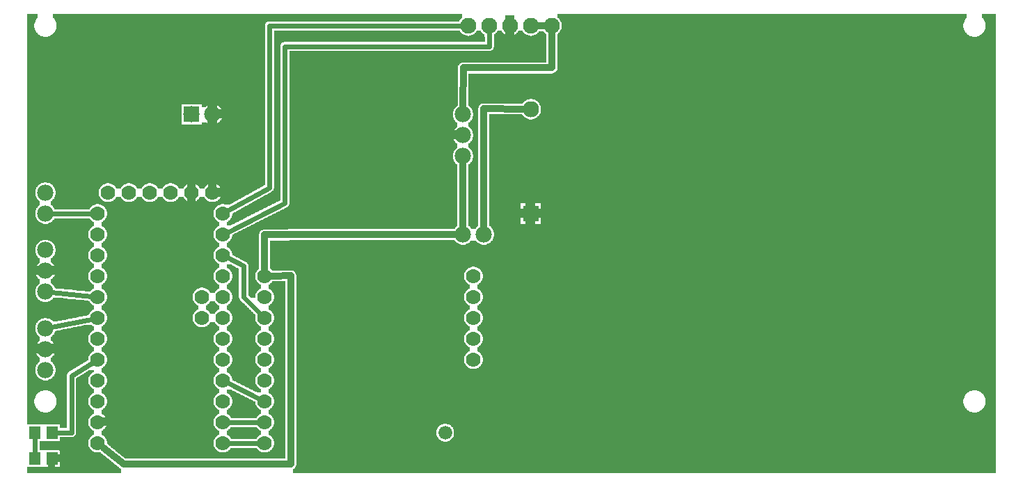
<source format=gtl>
G04 MADE WITH FRITZING*
G04 WWW.FRITZING.ORG*
G04 DOUBLE SIDED*
G04 HOLES PLATED*
G04 CONTOUR ON CENTER OF CONTOUR VECTOR*
%ASAXBY*%
%FSLAX23Y23*%
%MOIN*%
%OFA0B0*%
%SFA1.0B1.0*%
%ADD10C,0.078000*%
%ADD11C,0.070000*%
%ADD12C,0.066000*%
%ADD13C,0.076000*%
%ADD14C,0.075000*%
%ADD15C,0.077222*%
%ADD16R,0.055118X0.059055*%
%ADD17R,0.077222X0.077222*%
%ADD18R,0.078000X0.078000*%
%ADD19C,0.024000*%
%ADD20C,0.032000*%
%LNCOPPER1*%
G90*
G70*
G54D10*
X129Y1110D03*
X129Y1010D03*
X129Y910D03*
X129Y1385D03*
X129Y1285D03*
G54D11*
X379Y1185D03*
X379Y385D03*
X979Y585D03*
X379Y785D03*
X979Y185D03*
X979Y985D03*
X379Y185D03*
X379Y585D03*
X379Y985D03*
X879Y785D03*
X979Y385D03*
X979Y785D03*
X979Y1185D03*
X929Y1385D03*
X829Y1385D03*
X729Y1385D03*
X629Y1385D03*
X529Y1385D03*
X429Y1385D03*
X379Y285D03*
X379Y485D03*
X379Y685D03*
X379Y885D03*
X379Y1085D03*
X379Y1285D03*
X879Y885D03*
X979Y285D03*
X979Y485D03*
X979Y685D03*
X979Y885D03*
X979Y1085D03*
X979Y1285D03*
X2179Y985D03*
X2179Y885D03*
X2179Y785D03*
X2179Y685D03*
X2179Y585D03*
G54D12*
X2044Y235D03*
G54D11*
X1179Y985D03*
X1179Y885D03*
X1179Y785D03*
X1179Y685D03*
X1179Y585D03*
X1179Y485D03*
X1179Y385D03*
X1179Y285D03*
X1179Y185D03*
G54D10*
X129Y735D03*
X129Y635D03*
X129Y535D03*
X2129Y1185D03*
X2229Y1185D03*
G54D13*
X2254Y2185D03*
X2354Y2185D03*
X2454Y2185D03*
X2554Y2185D03*
X2154Y2185D03*
X2254Y2185D03*
X2354Y2185D03*
X2454Y2185D03*
X2554Y2185D03*
X2154Y2185D03*
G54D14*
X258Y2189D03*
X1360Y2017D03*
X2663Y2189D03*
X1080Y766D03*
X266Y149D03*
G54D10*
X2129Y1760D03*
X2129Y1660D03*
X2129Y1560D03*
G54D15*
X2454Y1785D03*
X2454Y1285D03*
G54D10*
X829Y1760D03*
X929Y1760D03*
G54D16*
X79Y110D03*
X160Y110D03*
X79Y235D03*
X160Y235D03*
G54D17*
X2454Y1285D03*
G54D18*
X829Y1760D03*
G54D19*
X1276Y1335D02*
X1276Y2086D01*
D02*
X1007Y1199D02*
X1276Y1335D01*
D02*
X1276Y2086D02*
X2256Y2086D01*
D02*
X2256Y2086D02*
X2255Y2154D01*
D02*
X2123Y2185D02*
X1201Y2183D01*
D02*
X1201Y1408D02*
X1006Y1300D01*
D02*
X1201Y2183D02*
X1201Y1408D01*
D02*
X1007Y1070D02*
X1078Y1033D01*
D02*
X1078Y1033D02*
X1078Y885D01*
D02*
X1078Y885D02*
X1157Y806D01*
D02*
X348Y1285D02*
X159Y1285D01*
D02*
X1007Y471D02*
X1151Y398D01*
D02*
X1148Y285D02*
X1010Y285D01*
D02*
X159Y907D02*
X348Y888D01*
D02*
X159Y740D02*
X348Y778D01*
D02*
X253Y236D02*
X253Y508D01*
D02*
X253Y508D02*
X352Y568D01*
D02*
X182Y235D02*
X253Y236D01*
D02*
X79Y134D02*
X79Y211D01*
G54D20*
D02*
X2229Y1787D02*
X2229Y1220D01*
D02*
X2421Y1785D02*
X2229Y1787D01*
D02*
X1179Y1021D02*
X1178Y1183D01*
D02*
X1178Y1183D02*
X2093Y1185D01*
D02*
X2131Y1983D02*
X2129Y1795D01*
D02*
X2554Y2154D02*
X2555Y1983D01*
D02*
X2555Y1983D02*
X2131Y1983D01*
D02*
X2129Y1220D02*
X2129Y1524D01*
D02*
X407Y161D02*
X504Y83D01*
D02*
X504Y83D02*
X1304Y83D01*
D02*
X1304Y83D02*
X1304Y987D01*
D02*
X1304Y987D02*
X1215Y985D01*
D02*
X2490Y2185D02*
X2518Y2185D01*
G54D19*
D02*
X1010Y185D02*
X1148Y185D01*
G36*
X40Y2242D02*
X40Y2132D01*
X118Y2132D01*
X118Y2134D01*
X110Y2134D01*
X110Y2136D01*
X106Y2136D01*
X106Y2138D01*
X102Y2138D01*
X102Y2140D01*
X98Y2140D01*
X98Y2142D01*
X96Y2142D01*
X96Y2144D01*
X94Y2144D01*
X94Y2146D01*
X92Y2146D01*
X92Y2148D01*
X90Y2148D01*
X90Y2150D01*
X88Y2150D01*
X88Y2152D01*
X86Y2152D01*
X86Y2154D01*
X84Y2154D01*
X84Y2158D01*
X82Y2158D01*
X82Y2162D01*
X80Y2162D01*
X80Y2166D01*
X78Y2166D01*
X78Y2174D01*
X76Y2174D01*
X76Y2196D01*
X78Y2196D01*
X78Y2202D01*
X80Y2202D01*
X80Y2208D01*
X82Y2208D01*
X82Y2212D01*
X84Y2212D01*
X84Y2214D01*
X86Y2214D01*
X86Y2218D01*
X88Y2218D01*
X88Y2220D01*
X90Y2220D01*
X90Y2222D01*
X92Y2222D01*
X92Y2242D01*
X40Y2242D01*
G37*
D02*
G36*
X166Y2242D02*
X166Y2222D01*
X168Y2222D01*
X168Y2220D01*
X170Y2220D01*
X170Y2218D01*
X172Y2218D01*
X172Y2214D01*
X174Y2214D01*
X174Y2210D01*
X176Y2210D01*
X176Y2208D01*
X178Y2208D01*
X178Y2202D01*
X180Y2202D01*
X180Y2196D01*
X182Y2196D01*
X182Y2174D01*
X180Y2174D01*
X180Y2168D01*
X178Y2168D01*
X178Y2162D01*
X176Y2162D01*
X176Y2158D01*
X174Y2158D01*
X174Y2154D01*
X172Y2154D01*
X172Y2152D01*
X170Y2152D01*
X170Y2150D01*
X168Y2150D01*
X168Y2148D01*
X166Y2148D01*
X166Y2146D01*
X164Y2146D01*
X164Y2144D01*
X162Y2144D01*
X162Y2142D01*
X160Y2142D01*
X160Y2140D01*
X156Y2140D01*
X156Y2138D01*
X152Y2138D01*
X152Y2136D01*
X148Y2136D01*
X148Y2134D01*
X140Y2134D01*
X140Y2132D01*
X1180Y2132D01*
X1180Y2192D01*
X1182Y2192D01*
X1182Y2196D01*
X1184Y2196D01*
X1184Y2198D01*
X1186Y2198D01*
X1186Y2200D01*
X1188Y2200D01*
X1188Y2202D01*
X1192Y2202D01*
X1192Y2204D01*
X1196Y2204D01*
X1196Y2206D01*
X2112Y2206D01*
X2112Y2210D01*
X2114Y2210D01*
X2114Y2212D01*
X2116Y2212D01*
X2116Y2214D01*
X2118Y2214D01*
X2118Y2218D01*
X2120Y2218D01*
X2120Y2220D01*
X2122Y2220D01*
X2122Y2222D01*
X2126Y2222D01*
X2126Y2242D01*
X166Y2242D01*
G37*
D02*
G36*
X40Y2132D02*
X40Y2130D01*
X1180Y2130D01*
X1180Y2132D01*
X40Y2132D01*
G37*
D02*
G36*
X40Y2132D02*
X40Y2130D01*
X1180Y2130D01*
X1180Y2132D01*
X40Y2132D01*
G37*
D02*
G36*
X40Y2130D02*
X40Y1808D01*
X942Y1808D01*
X942Y1806D01*
X948Y1806D01*
X948Y1804D01*
X952Y1804D01*
X952Y1802D01*
X956Y1802D01*
X956Y1800D01*
X958Y1800D01*
X958Y1798D01*
X960Y1798D01*
X960Y1796D01*
X962Y1796D01*
X962Y1794D01*
X964Y1794D01*
X964Y1792D01*
X966Y1792D01*
X966Y1790D01*
X968Y1790D01*
X968Y1788D01*
X970Y1788D01*
X970Y1784D01*
X972Y1784D01*
X972Y1780D01*
X974Y1780D01*
X974Y1776D01*
X976Y1776D01*
X976Y1768D01*
X978Y1768D01*
X978Y1750D01*
X976Y1750D01*
X976Y1744D01*
X974Y1744D01*
X974Y1738D01*
X972Y1738D01*
X972Y1736D01*
X970Y1736D01*
X970Y1732D01*
X968Y1732D01*
X968Y1730D01*
X966Y1730D01*
X966Y1726D01*
X964Y1726D01*
X964Y1724D01*
X960Y1724D01*
X960Y1722D01*
X958Y1722D01*
X958Y1720D01*
X956Y1720D01*
X956Y1718D01*
X952Y1718D01*
X952Y1716D01*
X948Y1716D01*
X948Y1714D01*
X942Y1714D01*
X942Y1712D01*
X932Y1712D01*
X932Y1710D01*
X1180Y1710D01*
X1180Y2130D01*
X40Y2130D01*
G37*
D02*
G36*
X40Y1808D02*
X40Y1710D01*
X780Y1710D01*
X780Y1808D01*
X40Y1808D01*
G37*
D02*
G36*
X878Y1808D02*
X878Y1796D01*
X898Y1796D01*
X898Y1798D01*
X900Y1798D01*
X900Y1800D01*
X902Y1800D01*
X902Y1802D01*
X906Y1802D01*
X906Y1804D01*
X910Y1804D01*
X910Y1806D01*
X916Y1806D01*
X916Y1808D01*
X878Y1808D01*
G37*
D02*
G36*
X878Y1722D02*
X878Y1710D01*
X926Y1710D01*
X926Y1712D01*
X916Y1712D01*
X916Y1714D01*
X910Y1714D01*
X910Y1716D01*
X906Y1716D01*
X906Y1718D01*
X902Y1718D01*
X902Y1720D01*
X900Y1720D01*
X900Y1722D01*
X878Y1722D01*
G37*
D02*
G36*
X40Y1710D02*
X40Y1708D01*
X1180Y1708D01*
X1180Y1710D01*
X40Y1710D01*
G37*
D02*
G36*
X40Y1710D02*
X40Y1708D01*
X1180Y1708D01*
X1180Y1710D01*
X40Y1710D01*
G37*
D02*
G36*
X40Y1710D02*
X40Y1708D01*
X1180Y1708D01*
X1180Y1710D01*
X40Y1710D01*
G37*
D02*
G36*
X40Y1708D02*
X40Y1434D01*
X136Y1434D01*
X136Y1432D01*
X144Y1432D01*
X144Y1430D01*
X936Y1430D01*
X936Y1428D01*
X944Y1428D01*
X944Y1426D01*
X948Y1426D01*
X948Y1424D01*
X952Y1424D01*
X952Y1422D01*
X956Y1422D01*
X956Y1420D01*
X958Y1420D01*
X958Y1418D01*
X960Y1418D01*
X960Y1416D01*
X962Y1416D01*
X962Y1414D01*
X964Y1414D01*
X964Y1412D01*
X966Y1412D01*
X966Y1408D01*
X968Y1408D01*
X968Y1404D01*
X970Y1404D01*
X970Y1400D01*
X972Y1400D01*
X972Y1394D01*
X974Y1394D01*
X974Y1376D01*
X972Y1376D01*
X972Y1370D01*
X970Y1370D01*
X970Y1364D01*
X968Y1364D01*
X968Y1362D01*
X966Y1362D01*
X966Y1358D01*
X964Y1358D01*
X964Y1356D01*
X962Y1356D01*
X962Y1354D01*
X960Y1354D01*
X960Y1352D01*
X958Y1352D01*
X958Y1350D01*
X956Y1350D01*
X956Y1348D01*
X954Y1348D01*
X954Y1346D01*
X950Y1346D01*
X950Y1344D01*
X946Y1344D01*
X946Y1342D01*
X938Y1342D01*
X938Y1340D01*
X1034Y1340D01*
X1034Y1342D01*
X1038Y1342D01*
X1038Y1344D01*
X1042Y1344D01*
X1042Y1346D01*
X1046Y1346D01*
X1046Y1348D01*
X1050Y1348D01*
X1050Y1350D01*
X1052Y1350D01*
X1052Y1352D01*
X1056Y1352D01*
X1056Y1354D01*
X1060Y1354D01*
X1060Y1356D01*
X1064Y1356D01*
X1064Y1358D01*
X1068Y1358D01*
X1068Y1360D01*
X1070Y1360D01*
X1070Y1362D01*
X1074Y1362D01*
X1074Y1364D01*
X1078Y1364D01*
X1078Y1366D01*
X1082Y1366D01*
X1082Y1368D01*
X1086Y1368D01*
X1086Y1370D01*
X1088Y1370D01*
X1088Y1372D01*
X1092Y1372D01*
X1092Y1374D01*
X1096Y1374D01*
X1096Y1376D01*
X1100Y1376D01*
X1100Y1378D01*
X1104Y1378D01*
X1104Y1380D01*
X1106Y1380D01*
X1106Y1382D01*
X1110Y1382D01*
X1110Y1384D01*
X1114Y1384D01*
X1114Y1386D01*
X1118Y1386D01*
X1118Y1388D01*
X1122Y1388D01*
X1122Y1390D01*
X1124Y1390D01*
X1124Y1392D01*
X1128Y1392D01*
X1128Y1394D01*
X1132Y1394D01*
X1132Y1396D01*
X1136Y1396D01*
X1136Y1398D01*
X1140Y1398D01*
X1140Y1400D01*
X1142Y1400D01*
X1142Y1402D01*
X1146Y1402D01*
X1146Y1404D01*
X1150Y1404D01*
X1150Y1406D01*
X1154Y1406D01*
X1154Y1408D01*
X1158Y1408D01*
X1158Y1410D01*
X1160Y1410D01*
X1160Y1412D01*
X1164Y1412D01*
X1164Y1414D01*
X1168Y1414D01*
X1168Y1416D01*
X1172Y1416D01*
X1172Y1418D01*
X1176Y1418D01*
X1176Y1420D01*
X1178Y1420D01*
X1178Y1422D01*
X1180Y1422D01*
X1180Y1708D01*
X40Y1708D01*
G37*
D02*
G36*
X40Y1434D02*
X40Y1236D01*
X118Y1236D01*
X118Y1238D01*
X112Y1238D01*
X112Y1240D01*
X108Y1240D01*
X108Y1242D01*
X104Y1242D01*
X104Y1244D01*
X100Y1244D01*
X100Y1246D01*
X98Y1246D01*
X98Y1248D01*
X96Y1248D01*
X96Y1250D01*
X94Y1250D01*
X94Y1252D01*
X92Y1252D01*
X92Y1254D01*
X90Y1254D01*
X90Y1256D01*
X88Y1256D01*
X88Y1260D01*
X86Y1260D01*
X86Y1264D01*
X84Y1264D01*
X84Y1268D01*
X82Y1268D01*
X82Y1276D01*
X80Y1276D01*
X80Y1294D01*
X82Y1294D01*
X82Y1302D01*
X84Y1302D01*
X84Y1306D01*
X86Y1306D01*
X86Y1310D01*
X88Y1310D01*
X88Y1312D01*
X90Y1312D01*
X90Y1316D01*
X92Y1316D01*
X92Y1318D01*
X94Y1318D01*
X94Y1320D01*
X96Y1320D01*
X96Y1322D01*
X98Y1322D01*
X98Y1324D01*
X102Y1324D01*
X102Y1344D01*
X100Y1344D01*
X100Y1346D01*
X98Y1346D01*
X98Y1348D01*
X96Y1348D01*
X96Y1350D01*
X94Y1350D01*
X94Y1352D01*
X92Y1352D01*
X92Y1354D01*
X90Y1354D01*
X90Y1356D01*
X88Y1356D01*
X88Y1360D01*
X86Y1360D01*
X86Y1364D01*
X84Y1364D01*
X84Y1368D01*
X82Y1368D01*
X82Y1376D01*
X80Y1376D01*
X80Y1394D01*
X82Y1394D01*
X82Y1402D01*
X84Y1402D01*
X84Y1406D01*
X86Y1406D01*
X86Y1410D01*
X88Y1410D01*
X88Y1412D01*
X90Y1412D01*
X90Y1416D01*
X92Y1416D01*
X92Y1418D01*
X94Y1418D01*
X94Y1420D01*
X96Y1420D01*
X96Y1422D01*
X98Y1422D01*
X98Y1424D01*
X102Y1424D01*
X102Y1426D01*
X104Y1426D01*
X104Y1428D01*
X108Y1428D01*
X108Y1430D01*
X114Y1430D01*
X114Y1432D01*
X120Y1432D01*
X120Y1434D01*
X40Y1434D01*
G37*
D02*
G36*
X150Y1430D02*
X150Y1428D01*
X154Y1428D01*
X154Y1426D01*
X156Y1426D01*
X156Y1424D01*
X160Y1424D01*
X160Y1422D01*
X162Y1422D01*
X162Y1420D01*
X164Y1420D01*
X164Y1418D01*
X166Y1418D01*
X166Y1416D01*
X168Y1416D01*
X168Y1412D01*
X170Y1412D01*
X170Y1410D01*
X172Y1410D01*
X172Y1406D01*
X174Y1406D01*
X174Y1400D01*
X176Y1400D01*
X176Y1394D01*
X178Y1394D01*
X178Y1376D01*
X176Y1376D01*
X176Y1368D01*
X174Y1368D01*
X174Y1364D01*
X172Y1364D01*
X172Y1360D01*
X170Y1360D01*
X170Y1356D01*
X168Y1356D01*
X168Y1354D01*
X166Y1354D01*
X166Y1352D01*
X164Y1352D01*
X164Y1350D01*
X162Y1350D01*
X162Y1348D01*
X160Y1348D01*
X160Y1346D01*
X158Y1346D01*
X158Y1344D01*
X156Y1344D01*
X156Y1340D01*
X420Y1340D01*
X420Y1342D01*
X412Y1342D01*
X412Y1344D01*
X408Y1344D01*
X408Y1346D01*
X404Y1346D01*
X404Y1348D01*
X402Y1348D01*
X402Y1350D01*
X400Y1350D01*
X400Y1352D01*
X398Y1352D01*
X398Y1354D01*
X396Y1354D01*
X396Y1356D01*
X394Y1356D01*
X394Y1358D01*
X392Y1358D01*
X392Y1360D01*
X390Y1360D01*
X390Y1364D01*
X388Y1364D01*
X388Y1368D01*
X386Y1368D01*
X386Y1376D01*
X384Y1376D01*
X384Y1394D01*
X386Y1394D01*
X386Y1400D01*
X388Y1400D01*
X388Y1404D01*
X390Y1404D01*
X390Y1408D01*
X392Y1408D01*
X392Y1412D01*
X394Y1412D01*
X394Y1414D01*
X396Y1414D01*
X396Y1416D01*
X398Y1416D01*
X398Y1418D01*
X400Y1418D01*
X400Y1420D01*
X402Y1420D01*
X402Y1422D01*
X406Y1422D01*
X406Y1424D01*
X410Y1424D01*
X410Y1426D01*
X414Y1426D01*
X414Y1428D01*
X422Y1428D01*
X422Y1430D01*
X150Y1430D01*
G37*
D02*
G36*
X436Y1430D02*
X436Y1428D01*
X444Y1428D01*
X444Y1426D01*
X448Y1426D01*
X448Y1424D01*
X452Y1424D01*
X452Y1422D01*
X456Y1422D01*
X456Y1420D01*
X458Y1420D01*
X458Y1418D01*
X460Y1418D01*
X460Y1416D01*
X462Y1416D01*
X462Y1414D01*
X464Y1414D01*
X464Y1412D01*
X466Y1412D01*
X466Y1408D01*
X468Y1408D01*
X468Y1404D01*
X490Y1404D01*
X490Y1408D01*
X492Y1408D01*
X492Y1412D01*
X494Y1412D01*
X494Y1414D01*
X496Y1414D01*
X496Y1416D01*
X498Y1416D01*
X498Y1418D01*
X500Y1418D01*
X500Y1420D01*
X502Y1420D01*
X502Y1422D01*
X506Y1422D01*
X506Y1424D01*
X510Y1424D01*
X510Y1426D01*
X514Y1426D01*
X514Y1428D01*
X522Y1428D01*
X522Y1430D01*
X436Y1430D01*
G37*
D02*
G36*
X536Y1430D02*
X536Y1428D01*
X544Y1428D01*
X544Y1426D01*
X548Y1426D01*
X548Y1424D01*
X552Y1424D01*
X552Y1422D01*
X556Y1422D01*
X556Y1420D01*
X558Y1420D01*
X558Y1418D01*
X560Y1418D01*
X560Y1416D01*
X562Y1416D01*
X562Y1414D01*
X564Y1414D01*
X564Y1412D01*
X566Y1412D01*
X566Y1408D01*
X568Y1408D01*
X568Y1404D01*
X590Y1404D01*
X590Y1408D01*
X592Y1408D01*
X592Y1412D01*
X594Y1412D01*
X594Y1414D01*
X596Y1414D01*
X596Y1416D01*
X598Y1416D01*
X598Y1418D01*
X600Y1418D01*
X600Y1420D01*
X602Y1420D01*
X602Y1422D01*
X606Y1422D01*
X606Y1424D01*
X610Y1424D01*
X610Y1426D01*
X614Y1426D01*
X614Y1428D01*
X622Y1428D01*
X622Y1430D01*
X536Y1430D01*
G37*
D02*
G36*
X636Y1430D02*
X636Y1428D01*
X644Y1428D01*
X644Y1426D01*
X648Y1426D01*
X648Y1424D01*
X652Y1424D01*
X652Y1422D01*
X656Y1422D01*
X656Y1420D01*
X658Y1420D01*
X658Y1418D01*
X660Y1418D01*
X660Y1416D01*
X662Y1416D01*
X662Y1414D01*
X664Y1414D01*
X664Y1412D01*
X666Y1412D01*
X666Y1408D01*
X668Y1408D01*
X668Y1404D01*
X690Y1404D01*
X690Y1408D01*
X692Y1408D01*
X692Y1412D01*
X694Y1412D01*
X694Y1414D01*
X696Y1414D01*
X696Y1416D01*
X698Y1416D01*
X698Y1418D01*
X700Y1418D01*
X700Y1420D01*
X702Y1420D01*
X702Y1422D01*
X706Y1422D01*
X706Y1424D01*
X710Y1424D01*
X710Y1426D01*
X714Y1426D01*
X714Y1428D01*
X722Y1428D01*
X722Y1430D01*
X636Y1430D01*
G37*
D02*
G36*
X736Y1430D02*
X736Y1428D01*
X744Y1428D01*
X744Y1426D01*
X748Y1426D01*
X748Y1424D01*
X752Y1424D01*
X752Y1422D01*
X756Y1422D01*
X756Y1420D01*
X758Y1420D01*
X758Y1418D01*
X760Y1418D01*
X760Y1416D01*
X762Y1416D01*
X762Y1414D01*
X764Y1414D01*
X764Y1412D01*
X766Y1412D01*
X766Y1408D01*
X768Y1408D01*
X768Y1404D01*
X790Y1404D01*
X790Y1408D01*
X792Y1408D01*
X792Y1412D01*
X794Y1412D01*
X794Y1414D01*
X796Y1414D01*
X796Y1416D01*
X798Y1416D01*
X798Y1418D01*
X800Y1418D01*
X800Y1420D01*
X802Y1420D01*
X802Y1422D01*
X806Y1422D01*
X806Y1424D01*
X810Y1424D01*
X810Y1426D01*
X814Y1426D01*
X814Y1428D01*
X822Y1428D01*
X822Y1430D01*
X736Y1430D01*
G37*
D02*
G36*
X836Y1430D02*
X836Y1428D01*
X844Y1428D01*
X844Y1426D01*
X848Y1426D01*
X848Y1424D01*
X852Y1424D01*
X852Y1422D01*
X856Y1422D01*
X856Y1420D01*
X858Y1420D01*
X858Y1418D01*
X860Y1418D01*
X860Y1416D01*
X862Y1416D01*
X862Y1414D01*
X864Y1414D01*
X864Y1412D01*
X866Y1412D01*
X866Y1408D01*
X868Y1408D01*
X868Y1404D01*
X890Y1404D01*
X890Y1408D01*
X892Y1408D01*
X892Y1412D01*
X894Y1412D01*
X894Y1414D01*
X896Y1414D01*
X896Y1416D01*
X898Y1416D01*
X898Y1418D01*
X900Y1418D01*
X900Y1420D01*
X902Y1420D01*
X902Y1422D01*
X906Y1422D01*
X906Y1424D01*
X910Y1424D01*
X910Y1426D01*
X914Y1426D01*
X914Y1428D01*
X922Y1428D01*
X922Y1430D01*
X836Y1430D01*
G37*
D02*
G36*
X468Y1364D02*
X468Y1362D01*
X466Y1362D01*
X466Y1358D01*
X464Y1358D01*
X464Y1356D01*
X462Y1356D01*
X462Y1354D01*
X460Y1354D01*
X460Y1352D01*
X458Y1352D01*
X458Y1350D01*
X456Y1350D01*
X456Y1348D01*
X454Y1348D01*
X454Y1346D01*
X450Y1346D01*
X450Y1344D01*
X446Y1344D01*
X446Y1342D01*
X438Y1342D01*
X438Y1340D01*
X520Y1340D01*
X520Y1342D01*
X512Y1342D01*
X512Y1344D01*
X508Y1344D01*
X508Y1346D01*
X504Y1346D01*
X504Y1348D01*
X502Y1348D01*
X502Y1350D01*
X500Y1350D01*
X500Y1352D01*
X498Y1352D01*
X498Y1354D01*
X496Y1354D01*
X496Y1356D01*
X494Y1356D01*
X494Y1358D01*
X492Y1358D01*
X492Y1360D01*
X490Y1360D01*
X490Y1364D01*
X468Y1364D01*
G37*
D02*
G36*
X568Y1364D02*
X568Y1362D01*
X566Y1362D01*
X566Y1358D01*
X564Y1358D01*
X564Y1356D01*
X562Y1356D01*
X562Y1354D01*
X560Y1354D01*
X560Y1352D01*
X558Y1352D01*
X558Y1350D01*
X556Y1350D01*
X556Y1348D01*
X554Y1348D01*
X554Y1346D01*
X550Y1346D01*
X550Y1344D01*
X546Y1344D01*
X546Y1342D01*
X538Y1342D01*
X538Y1340D01*
X620Y1340D01*
X620Y1342D01*
X612Y1342D01*
X612Y1344D01*
X608Y1344D01*
X608Y1346D01*
X604Y1346D01*
X604Y1348D01*
X602Y1348D01*
X602Y1350D01*
X600Y1350D01*
X600Y1352D01*
X598Y1352D01*
X598Y1354D01*
X596Y1354D01*
X596Y1356D01*
X594Y1356D01*
X594Y1358D01*
X592Y1358D01*
X592Y1360D01*
X590Y1360D01*
X590Y1364D01*
X568Y1364D01*
G37*
D02*
G36*
X668Y1364D02*
X668Y1362D01*
X666Y1362D01*
X666Y1358D01*
X664Y1358D01*
X664Y1356D01*
X662Y1356D01*
X662Y1354D01*
X660Y1354D01*
X660Y1352D01*
X658Y1352D01*
X658Y1350D01*
X656Y1350D01*
X656Y1348D01*
X654Y1348D01*
X654Y1346D01*
X650Y1346D01*
X650Y1344D01*
X646Y1344D01*
X646Y1342D01*
X638Y1342D01*
X638Y1340D01*
X720Y1340D01*
X720Y1342D01*
X712Y1342D01*
X712Y1344D01*
X708Y1344D01*
X708Y1346D01*
X704Y1346D01*
X704Y1348D01*
X702Y1348D01*
X702Y1350D01*
X700Y1350D01*
X700Y1352D01*
X698Y1352D01*
X698Y1354D01*
X696Y1354D01*
X696Y1356D01*
X694Y1356D01*
X694Y1358D01*
X692Y1358D01*
X692Y1360D01*
X690Y1360D01*
X690Y1364D01*
X668Y1364D01*
G37*
D02*
G36*
X768Y1364D02*
X768Y1362D01*
X766Y1362D01*
X766Y1358D01*
X764Y1358D01*
X764Y1356D01*
X762Y1356D01*
X762Y1354D01*
X760Y1354D01*
X760Y1352D01*
X758Y1352D01*
X758Y1350D01*
X756Y1350D01*
X756Y1348D01*
X754Y1348D01*
X754Y1346D01*
X750Y1346D01*
X750Y1344D01*
X746Y1344D01*
X746Y1342D01*
X738Y1342D01*
X738Y1340D01*
X820Y1340D01*
X820Y1342D01*
X812Y1342D01*
X812Y1344D01*
X808Y1344D01*
X808Y1346D01*
X804Y1346D01*
X804Y1348D01*
X802Y1348D01*
X802Y1350D01*
X800Y1350D01*
X800Y1352D01*
X798Y1352D01*
X798Y1354D01*
X796Y1354D01*
X796Y1356D01*
X794Y1356D01*
X794Y1358D01*
X792Y1358D01*
X792Y1360D01*
X790Y1360D01*
X790Y1364D01*
X768Y1364D01*
G37*
D02*
G36*
X868Y1364D02*
X868Y1362D01*
X866Y1362D01*
X866Y1358D01*
X864Y1358D01*
X864Y1356D01*
X862Y1356D01*
X862Y1354D01*
X860Y1354D01*
X860Y1352D01*
X858Y1352D01*
X858Y1350D01*
X856Y1350D01*
X856Y1348D01*
X854Y1348D01*
X854Y1346D01*
X850Y1346D01*
X850Y1344D01*
X846Y1344D01*
X846Y1342D01*
X838Y1342D01*
X838Y1340D01*
X920Y1340D01*
X920Y1342D01*
X912Y1342D01*
X912Y1344D01*
X908Y1344D01*
X908Y1346D01*
X904Y1346D01*
X904Y1348D01*
X902Y1348D01*
X902Y1350D01*
X900Y1350D01*
X900Y1352D01*
X898Y1352D01*
X898Y1354D01*
X896Y1354D01*
X896Y1356D01*
X894Y1356D01*
X894Y1358D01*
X892Y1358D01*
X892Y1360D01*
X890Y1360D01*
X890Y1364D01*
X868Y1364D01*
G37*
D02*
G36*
X156Y1340D02*
X156Y1338D01*
X1032Y1338D01*
X1032Y1340D01*
X156Y1340D01*
G37*
D02*
G36*
X156Y1340D02*
X156Y1338D01*
X1032Y1338D01*
X1032Y1340D01*
X156Y1340D01*
G37*
D02*
G36*
X156Y1340D02*
X156Y1338D01*
X1032Y1338D01*
X1032Y1340D01*
X156Y1340D01*
G37*
D02*
G36*
X156Y1340D02*
X156Y1338D01*
X1032Y1338D01*
X1032Y1340D01*
X156Y1340D01*
G37*
D02*
G36*
X156Y1340D02*
X156Y1338D01*
X1032Y1338D01*
X1032Y1340D01*
X156Y1340D01*
G37*
D02*
G36*
X156Y1340D02*
X156Y1338D01*
X1032Y1338D01*
X1032Y1340D01*
X156Y1340D01*
G37*
D02*
G36*
X156Y1340D02*
X156Y1338D01*
X1032Y1338D01*
X1032Y1340D01*
X156Y1340D01*
G37*
D02*
G36*
X156Y1338D02*
X156Y1330D01*
X986Y1330D01*
X986Y1328D01*
X1014Y1328D01*
X1014Y1330D01*
X1016Y1330D01*
X1016Y1332D01*
X1020Y1332D01*
X1020Y1334D01*
X1024Y1334D01*
X1024Y1336D01*
X1028Y1336D01*
X1028Y1338D01*
X156Y1338D01*
G37*
D02*
G36*
X156Y1330D02*
X156Y1324D01*
X160Y1324D01*
X160Y1322D01*
X162Y1322D01*
X162Y1320D01*
X164Y1320D01*
X164Y1318D01*
X166Y1318D01*
X166Y1316D01*
X168Y1316D01*
X168Y1312D01*
X170Y1312D01*
X170Y1310D01*
X172Y1310D01*
X172Y1306D01*
X340Y1306D01*
X340Y1308D01*
X342Y1308D01*
X342Y1312D01*
X344Y1312D01*
X344Y1314D01*
X346Y1314D01*
X346Y1316D01*
X348Y1316D01*
X348Y1318D01*
X350Y1318D01*
X350Y1320D01*
X352Y1320D01*
X352Y1322D01*
X356Y1322D01*
X356Y1324D01*
X360Y1324D01*
X360Y1326D01*
X364Y1326D01*
X364Y1328D01*
X372Y1328D01*
X372Y1330D01*
X156Y1330D01*
G37*
D02*
G36*
X386Y1330D02*
X386Y1328D01*
X394Y1328D01*
X394Y1326D01*
X398Y1326D01*
X398Y1324D01*
X402Y1324D01*
X402Y1322D01*
X406Y1322D01*
X406Y1320D01*
X408Y1320D01*
X408Y1318D01*
X410Y1318D01*
X410Y1316D01*
X412Y1316D01*
X412Y1314D01*
X414Y1314D01*
X414Y1312D01*
X416Y1312D01*
X416Y1308D01*
X418Y1308D01*
X418Y1304D01*
X420Y1304D01*
X420Y1300D01*
X422Y1300D01*
X422Y1294D01*
X424Y1294D01*
X424Y1276D01*
X422Y1276D01*
X422Y1270D01*
X420Y1270D01*
X420Y1264D01*
X418Y1264D01*
X418Y1262D01*
X416Y1262D01*
X416Y1258D01*
X414Y1258D01*
X414Y1256D01*
X412Y1256D01*
X412Y1254D01*
X410Y1254D01*
X410Y1252D01*
X408Y1252D01*
X408Y1250D01*
X406Y1250D01*
X406Y1248D01*
X404Y1248D01*
X404Y1246D01*
X400Y1246D01*
X400Y1244D01*
X398Y1244D01*
X398Y1224D01*
X402Y1224D01*
X402Y1222D01*
X406Y1222D01*
X406Y1220D01*
X408Y1220D01*
X408Y1218D01*
X410Y1218D01*
X410Y1216D01*
X412Y1216D01*
X412Y1214D01*
X414Y1214D01*
X414Y1212D01*
X416Y1212D01*
X416Y1208D01*
X418Y1208D01*
X418Y1204D01*
X420Y1204D01*
X420Y1200D01*
X422Y1200D01*
X422Y1194D01*
X424Y1194D01*
X424Y1176D01*
X422Y1176D01*
X422Y1170D01*
X420Y1170D01*
X420Y1164D01*
X418Y1164D01*
X418Y1162D01*
X416Y1162D01*
X416Y1158D01*
X414Y1158D01*
X414Y1156D01*
X412Y1156D01*
X412Y1154D01*
X410Y1154D01*
X410Y1152D01*
X408Y1152D01*
X408Y1150D01*
X406Y1150D01*
X406Y1148D01*
X404Y1148D01*
X404Y1146D01*
X400Y1146D01*
X400Y1144D01*
X398Y1144D01*
X398Y1124D01*
X402Y1124D01*
X402Y1122D01*
X406Y1122D01*
X406Y1120D01*
X408Y1120D01*
X408Y1118D01*
X410Y1118D01*
X410Y1116D01*
X412Y1116D01*
X412Y1114D01*
X414Y1114D01*
X414Y1112D01*
X416Y1112D01*
X416Y1108D01*
X418Y1108D01*
X418Y1104D01*
X420Y1104D01*
X420Y1100D01*
X422Y1100D01*
X422Y1094D01*
X424Y1094D01*
X424Y1076D01*
X422Y1076D01*
X422Y1070D01*
X420Y1070D01*
X420Y1064D01*
X418Y1064D01*
X418Y1062D01*
X416Y1062D01*
X416Y1058D01*
X414Y1058D01*
X414Y1056D01*
X412Y1056D01*
X412Y1054D01*
X410Y1054D01*
X410Y1052D01*
X408Y1052D01*
X408Y1050D01*
X406Y1050D01*
X406Y1048D01*
X404Y1048D01*
X404Y1046D01*
X400Y1046D01*
X400Y1044D01*
X398Y1044D01*
X398Y1024D01*
X402Y1024D01*
X402Y1022D01*
X406Y1022D01*
X406Y1020D01*
X408Y1020D01*
X408Y1018D01*
X410Y1018D01*
X410Y1016D01*
X412Y1016D01*
X412Y1014D01*
X414Y1014D01*
X414Y1012D01*
X416Y1012D01*
X416Y1008D01*
X418Y1008D01*
X418Y1004D01*
X420Y1004D01*
X420Y1000D01*
X422Y1000D01*
X422Y994D01*
X424Y994D01*
X424Y976D01*
X422Y976D01*
X422Y970D01*
X420Y970D01*
X420Y964D01*
X418Y964D01*
X418Y962D01*
X416Y962D01*
X416Y958D01*
X414Y958D01*
X414Y956D01*
X412Y956D01*
X412Y954D01*
X410Y954D01*
X410Y952D01*
X408Y952D01*
X408Y950D01*
X406Y950D01*
X406Y948D01*
X404Y948D01*
X404Y946D01*
X400Y946D01*
X400Y944D01*
X398Y944D01*
X398Y930D01*
X886Y930D01*
X886Y928D01*
X894Y928D01*
X894Y926D01*
X898Y926D01*
X898Y924D01*
X902Y924D01*
X902Y922D01*
X906Y922D01*
X906Y920D01*
X908Y920D01*
X908Y918D01*
X910Y918D01*
X910Y916D01*
X912Y916D01*
X912Y914D01*
X914Y914D01*
X914Y912D01*
X916Y912D01*
X916Y908D01*
X918Y908D01*
X918Y904D01*
X940Y904D01*
X940Y908D01*
X942Y908D01*
X942Y912D01*
X944Y912D01*
X944Y914D01*
X946Y914D01*
X946Y916D01*
X948Y916D01*
X948Y918D01*
X950Y918D01*
X950Y920D01*
X952Y920D01*
X952Y922D01*
X956Y922D01*
X956Y924D01*
X960Y924D01*
X960Y944D01*
X958Y944D01*
X958Y946D01*
X954Y946D01*
X954Y948D01*
X952Y948D01*
X952Y950D01*
X950Y950D01*
X950Y952D01*
X948Y952D01*
X948Y954D01*
X946Y954D01*
X946Y956D01*
X944Y956D01*
X944Y958D01*
X942Y958D01*
X942Y960D01*
X940Y960D01*
X940Y964D01*
X938Y964D01*
X938Y968D01*
X936Y968D01*
X936Y976D01*
X934Y976D01*
X934Y994D01*
X936Y994D01*
X936Y1000D01*
X938Y1000D01*
X938Y1004D01*
X940Y1004D01*
X940Y1008D01*
X942Y1008D01*
X942Y1012D01*
X944Y1012D01*
X944Y1014D01*
X946Y1014D01*
X946Y1016D01*
X948Y1016D01*
X948Y1018D01*
X950Y1018D01*
X950Y1020D01*
X952Y1020D01*
X952Y1022D01*
X956Y1022D01*
X956Y1024D01*
X960Y1024D01*
X960Y1044D01*
X958Y1044D01*
X958Y1046D01*
X954Y1046D01*
X954Y1048D01*
X952Y1048D01*
X952Y1050D01*
X950Y1050D01*
X950Y1052D01*
X948Y1052D01*
X948Y1054D01*
X946Y1054D01*
X946Y1056D01*
X944Y1056D01*
X944Y1058D01*
X942Y1058D01*
X942Y1060D01*
X940Y1060D01*
X940Y1064D01*
X938Y1064D01*
X938Y1068D01*
X936Y1068D01*
X936Y1076D01*
X934Y1076D01*
X934Y1094D01*
X936Y1094D01*
X936Y1100D01*
X938Y1100D01*
X938Y1104D01*
X940Y1104D01*
X940Y1108D01*
X942Y1108D01*
X942Y1112D01*
X944Y1112D01*
X944Y1114D01*
X946Y1114D01*
X946Y1116D01*
X948Y1116D01*
X948Y1118D01*
X950Y1118D01*
X950Y1120D01*
X952Y1120D01*
X952Y1122D01*
X956Y1122D01*
X956Y1124D01*
X960Y1124D01*
X960Y1144D01*
X958Y1144D01*
X958Y1146D01*
X954Y1146D01*
X954Y1148D01*
X952Y1148D01*
X952Y1150D01*
X950Y1150D01*
X950Y1152D01*
X948Y1152D01*
X948Y1154D01*
X946Y1154D01*
X946Y1156D01*
X944Y1156D01*
X944Y1158D01*
X942Y1158D01*
X942Y1160D01*
X940Y1160D01*
X940Y1164D01*
X938Y1164D01*
X938Y1168D01*
X936Y1168D01*
X936Y1176D01*
X934Y1176D01*
X934Y1194D01*
X936Y1194D01*
X936Y1200D01*
X938Y1200D01*
X938Y1204D01*
X940Y1204D01*
X940Y1208D01*
X942Y1208D01*
X942Y1212D01*
X944Y1212D01*
X944Y1214D01*
X946Y1214D01*
X946Y1216D01*
X948Y1216D01*
X948Y1218D01*
X950Y1218D01*
X950Y1220D01*
X952Y1220D01*
X952Y1222D01*
X956Y1222D01*
X956Y1224D01*
X960Y1224D01*
X960Y1244D01*
X958Y1244D01*
X958Y1246D01*
X954Y1246D01*
X954Y1248D01*
X952Y1248D01*
X952Y1250D01*
X950Y1250D01*
X950Y1252D01*
X948Y1252D01*
X948Y1254D01*
X946Y1254D01*
X946Y1256D01*
X944Y1256D01*
X944Y1258D01*
X942Y1258D01*
X942Y1260D01*
X940Y1260D01*
X940Y1264D01*
X938Y1264D01*
X938Y1268D01*
X936Y1268D01*
X936Y1276D01*
X934Y1276D01*
X934Y1294D01*
X936Y1294D01*
X936Y1300D01*
X938Y1300D01*
X938Y1304D01*
X940Y1304D01*
X940Y1308D01*
X942Y1308D01*
X942Y1312D01*
X944Y1312D01*
X944Y1314D01*
X946Y1314D01*
X946Y1316D01*
X948Y1316D01*
X948Y1318D01*
X950Y1318D01*
X950Y1320D01*
X952Y1320D01*
X952Y1322D01*
X956Y1322D01*
X956Y1324D01*
X960Y1324D01*
X960Y1326D01*
X964Y1326D01*
X964Y1328D01*
X972Y1328D01*
X972Y1330D01*
X386Y1330D01*
G37*
D02*
G36*
X172Y1262D02*
X172Y1260D01*
X170Y1260D01*
X170Y1256D01*
X168Y1256D01*
X168Y1254D01*
X166Y1254D01*
X166Y1252D01*
X164Y1252D01*
X164Y1250D01*
X162Y1250D01*
X162Y1248D01*
X160Y1248D01*
X160Y1246D01*
X158Y1246D01*
X158Y1244D01*
X154Y1244D01*
X154Y1242D01*
X150Y1242D01*
X150Y1240D01*
X146Y1240D01*
X146Y1238D01*
X140Y1238D01*
X140Y1236D01*
X360Y1236D01*
X360Y1244D01*
X358Y1244D01*
X358Y1246D01*
X354Y1246D01*
X354Y1248D01*
X352Y1248D01*
X352Y1250D01*
X350Y1250D01*
X350Y1252D01*
X348Y1252D01*
X348Y1254D01*
X346Y1254D01*
X346Y1256D01*
X344Y1256D01*
X344Y1258D01*
X342Y1258D01*
X342Y1260D01*
X340Y1260D01*
X340Y1262D01*
X172Y1262D01*
G37*
D02*
G36*
X40Y1236D02*
X40Y1234D01*
X360Y1234D01*
X360Y1236D01*
X40Y1236D01*
G37*
D02*
G36*
X40Y1236D02*
X40Y1234D01*
X360Y1234D01*
X360Y1236D01*
X40Y1236D01*
G37*
D02*
G36*
X40Y1234D02*
X40Y1158D01*
X142Y1158D01*
X142Y1156D01*
X148Y1156D01*
X148Y1154D01*
X152Y1154D01*
X152Y1152D01*
X156Y1152D01*
X156Y1150D01*
X158Y1150D01*
X158Y1148D01*
X160Y1148D01*
X160Y1146D01*
X162Y1146D01*
X162Y1144D01*
X164Y1144D01*
X164Y1142D01*
X166Y1142D01*
X166Y1140D01*
X168Y1140D01*
X168Y1138D01*
X170Y1138D01*
X170Y1134D01*
X172Y1134D01*
X172Y1130D01*
X174Y1130D01*
X174Y1126D01*
X176Y1126D01*
X176Y1118D01*
X178Y1118D01*
X178Y1100D01*
X176Y1100D01*
X176Y1094D01*
X174Y1094D01*
X174Y1088D01*
X172Y1088D01*
X172Y1086D01*
X170Y1086D01*
X170Y1082D01*
X168Y1082D01*
X168Y1080D01*
X166Y1080D01*
X166Y1076D01*
X164Y1076D01*
X164Y1074D01*
X160Y1074D01*
X160Y1072D01*
X158Y1072D01*
X158Y1070D01*
X156Y1070D01*
X156Y1050D01*
X158Y1050D01*
X158Y1048D01*
X160Y1048D01*
X160Y1046D01*
X162Y1046D01*
X162Y1044D01*
X164Y1044D01*
X164Y1042D01*
X166Y1042D01*
X166Y1040D01*
X168Y1040D01*
X168Y1038D01*
X170Y1038D01*
X170Y1034D01*
X172Y1034D01*
X172Y1030D01*
X174Y1030D01*
X174Y1026D01*
X176Y1026D01*
X176Y1018D01*
X178Y1018D01*
X178Y1000D01*
X176Y1000D01*
X176Y994D01*
X174Y994D01*
X174Y988D01*
X172Y988D01*
X172Y986D01*
X170Y986D01*
X170Y982D01*
X168Y982D01*
X168Y980D01*
X166Y980D01*
X166Y976D01*
X164Y976D01*
X164Y974D01*
X160Y974D01*
X160Y972D01*
X158Y972D01*
X158Y970D01*
X156Y970D01*
X156Y950D01*
X158Y950D01*
X158Y948D01*
X160Y948D01*
X160Y946D01*
X162Y946D01*
X162Y944D01*
X164Y944D01*
X164Y942D01*
X166Y942D01*
X166Y940D01*
X168Y940D01*
X168Y938D01*
X170Y938D01*
X170Y934D01*
X172Y934D01*
X172Y930D01*
X174Y930D01*
X174Y928D01*
X178Y928D01*
X178Y926D01*
X198Y926D01*
X198Y924D01*
X218Y924D01*
X218Y922D01*
X238Y922D01*
X238Y920D01*
X258Y920D01*
X258Y918D01*
X278Y918D01*
X278Y916D01*
X298Y916D01*
X298Y914D01*
X318Y914D01*
X318Y912D01*
X344Y912D01*
X344Y914D01*
X346Y914D01*
X346Y916D01*
X348Y916D01*
X348Y918D01*
X350Y918D01*
X350Y920D01*
X352Y920D01*
X352Y922D01*
X356Y922D01*
X356Y924D01*
X360Y924D01*
X360Y944D01*
X358Y944D01*
X358Y946D01*
X354Y946D01*
X354Y948D01*
X352Y948D01*
X352Y950D01*
X350Y950D01*
X350Y952D01*
X348Y952D01*
X348Y954D01*
X346Y954D01*
X346Y956D01*
X344Y956D01*
X344Y958D01*
X342Y958D01*
X342Y960D01*
X340Y960D01*
X340Y964D01*
X338Y964D01*
X338Y968D01*
X336Y968D01*
X336Y976D01*
X334Y976D01*
X334Y994D01*
X336Y994D01*
X336Y1000D01*
X338Y1000D01*
X338Y1004D01*
X340Y1004D01*
X340Y1008D01*
X342Y1008D01*
X342Y1012D01*
X344Y1012D01*
X344Y1014D01*
X346Y1014D01*
X346Y1016D01*
X348Y1016D01*
X348Y1018D01*
X350Y1018D01*
X350Y1020D01*
X352Y1020D01*
X352Y1022D01*
X356Y1022D01*
X356Y1024D01*
X360Y1024D01*
X360Y1044D01*
X358Y1044D01*
X358Y1046D01*
X354Y1046D01*
X354Y1048D01*
X352Y1048D01*
X352Y1050D01*
X350Y1050D01*
X350Y1052D01*
X348Y1052D01*
X348Y1054D01*
X346Y1054D01*
X346Y1056D01*
X344Y1056D01*
X344Y1058D01*
X342Y1058D01*
X342Y1060D01*
X340Y1060D01*
X340Y1064D01*
X338Y1064D01*
X338Y1068D01*
X336Y1068D01*
X336Y1076D01*
X334Y1076D01*
X334Y1094D01*
X336Y1094D01*
X336Y1100D01*
X338Y1100D01*
X338Y1104D01*
X340Y1104D01*
X340Y1108D01*
X342Y1108D01*
X342Y1112D01*
X344Y1112D01*
X344Y1114D01*
X346Y1114D01*
X346Y1116D01*
X348Y1116D01*
X348Y1118D01*
X350Y1118D01*
X350Y1120D01*
X352Y1120D01*
X352Y1122D01*
X356Y1122D01*
X356Y1124D01*
X360Y1124D01*
X360Y1144D01*
X358Y1144D01*
X358Y1146D01*
X354Y1146D01*
X354Y1148D01*
X352Y1148D01*
X352Y1150D01*
X350Y1150D01*
X350Y1152D01*
X348Y1152D01*
X348Y1154D01*
X346Y1154D01*
X346Y1156D01*
X344Y1156D01*
X344Y1158D01*
X342Y1158D01*
X342Y1160D01*
X340Y1160D01*
X340Y1164D01*
X338Y1164D01*
X338Y1168D01*
X336Y1168D01*
X336Y1176D01*
X334Y1176D01*
X334Y1194D01*
X336Y1194D01*
X336Y1200D01*
X338Y1200D01*
X338Y1204D01*
X340Y1204D01*
X340Y1208D01*
X342Y1208D01*
X342Y1212D01*
X344Y1212D01*
X344Y1214D01*
X346Y1214D01*
X346Y1216D01*
X348Y1216D01*
X348Y1218D01*
X350Y1218D01*
X350Y1220D01*
X352Y1220D01*
X352Y1222D01*
X356Y1222D01*
X356Y1224D01*
X360Y1224D01*
X360Y1234D01*
X40Y1234D01*
G37*
D02*
G36*
X40Y1158D02*
X40Y860D01*
X126Y860D01*
X126Y862D01*
X116Y862D01*
X116Y864D01*
X110Y864D01*
X110Y866D01*
X106Y866D01*
X106Y868D01*
X102Y868D01*
X102Y870D01*
X100Y870D01*
X100Y872D01*
X96Y872D01*
X96Y874D01*
X94Y874D01*
X94Y876D01*
X92Y876D01*
X92Y880D01*
X90Y880D01*
X90Y882D01*
X88Y882D01*
X88Y884D01*
X86Y884D01*
X86Y888D01*
X84Y888D01*
X84Y894D01*
X82Y894D01*
X82Y900D01*
X80Y900D01*
X80Y920D01*
X82Y920D01*
X82Y926D01*
X84Y926D01*
X84Y930D01*
X86Y930D01*
X86Y934D01*
X88Y934D01*
X88Y938D01*
X90Y938D01*
X90Y940D01*
X92Y940D01*
X92Y942D01*
X94Y942D01*
X94Y944D01*
X96Y944D01*
X96Y946D01*
X98Y946D01*
X98Y948D01*
X100Y948D01*
X100Y950D01*
X102Y950D01*
X102Y970D01*
X100Y970D01*
X100Y972D01*
X96Y972D01*
X96Y974D01*
X94Y974D01*
X94Y976D01*
X92Y976D01*
X92Y980D01*
X90Y980D01*
X90Y982D01*
X88Y982D01*
X88Y984D01*
X86Y984D01*
X86Y988D01*
X84Y988D01*
X84Y994D01*
X82Y994D01*
X82Y1000D01*
X80Y1000D01*
X80Y1020D01*
X82Y1020D01*
X82Y1026D01*
X84Y1026D01*
X84Y1030D01*
X86Y1030D01*
X86Y1034D01*
X88Y1034D01*
X88Y1038D01*
X90Y1038D01*
X90Y1040D01*
X92Y1040D01*
X92Y1042D01*
X94Y1042D01*
X94Y1044D01*
X96Y1044D01*
X96Y1046D01*
X98Y1046D01*
X98Y1048D01*
X100Y1048D01*
X100Y1050D01*
X102Y1050D01*
X102Y1070D01*
X100Y1070D01*
X100Y1072D01*
X96Y1072D01*
X96Y1074D01*
X94Y1074D01*
X94Y1076D01*
X92Y1076D01*
X92Y1080D01*
X90Y1080D01*
X90Y1082D01*
X88Y1082D01*
X88Y1084D01*
X86Y1084D01*
X86Y1088D01*
X84Y1088D01*
X84Y1094D01*
X82Y1094D01*
X82Y1100D01*
X80Y1100D01*
X80Y1120D01*
X82Y1120D01*
X82Y1126D01*
X84Y1126D01*
X84Y1130D01*
X86Y1130D01*
X86Y1134D01*
X88Y1134D01*
X88Y1138D01*
X90Y1138D01*
X90Y1140D01*
X92Y1140D01*
X92Y1142D01*
X94Y1142D01*
X94Y1144D01*
X96Y1144D01*
X96Y1146D01*
X98Y1146D01*
X98Y1148D01*
X100Y1148D01*
X100Y1150D01*
X102Y1150D01*
X102Y1152D01*
X106Y1152D01*
X106Y1154D01*
X110Y1154D01*
X110Y1156D01*
X116Y1156D01*
X116Y1158D01*
X40Y1158D01*
G37*
D02*
G36*
X1216Y960D02*
X1216Y958D01*
X1214Y958D01*
X1214Y956D01*
X1212Y956D01*
X1212Y954D01*
X1210Y954D01*
X1210Y952D01*
X1208Y952D01*
X1208Y950D01*
X1206Y950D01*
X1206Y948D01*
X1204Y948D01*
X1204Y946D01*
X1200Y946D01*
X1200Y944D01*
X1198Y944D01*
X1198Y924D01*
X1202Y924D01*
X1202Y922D01*
X1206Y922D01*
X1206Y920D01*
X1208Y920D01*
X1208Y918D01*
X1210Y918D01*
X1210Y916D01*
X1212Y916D01*
X1212Y914D01*
X1214Y914D01*
X1214Y912D01*
X1216Y912D01*
X1216Y908D01*
X1218Y908D01*
X1218Y904D01*
X1220Y904D01*
X1220Y900D01*
X1222Y900D01*
X1222Y894D01*
X1224Y894D01*
X1224Y876D01*
X1222Y876D01*
X1222Y870D01*
X1220Y870D01*
X1220Y864D01*
X1218Y864D01*
X1218Y862D01*
X1216Y862D01*
X1216Y858D01*
X1214Y858D01*
X1214Y856D01*
X1212Y856D01*
X1212Y854D01*
X1210Y854D01*
X1210Y852D01*
X1208Y852D01*
X1208Y850D01*
X1206Y850D01*
X1206Y848D01*
X1204Y848D01*
X1204Y846D01*
X1200Y846D01*
X1200Y844D01*
X1198Y844D01*
X1198Y824D01*
X1202Y824D01*
X1202Y822D01*
X1206Y822D01*
X1206Y820D01*
X1208Y820D01*
X1208Y818D01*
X1210Y818D01*
X1210Y816D01*
X1212Y816D01*
X1212Y814D01*
X1214Y814D01*
X1214Y812D01*
X1216Y812D01*
X1216Y808D01*
X1218Y808D01*
X1218Y804D01*
X1220Y804D01*
X1220Y800D01*
X1222Y800D01*
X1222Y794D01*
X1224Y794D01*
X1224Y776D01*
X1222Y776D01*
X1222Y770D01*
X1220Y770D01*
X1220Y764D01*
X1218Y764D01*
X1218Y762D01*
X1216Y762D01*
X1216Y758D01*
X1214Y758D01*
X1214Y756D01*
X1212Y756D01*
X1212Y754D01*
X1210Y754D01*
X1210Y752D01*
X1208Y752D01*
X1208Y750D01*
X1206Y750D01*
X1206Y748D01*
X1204Y748D01*
X1204Y746D01*
X1200Y746D01*
X1200Y744D01*
X1198Y744D01*
X1198Y724D01*
X1202Y724D01*
X1202Y722D01*
X1206Y722D01*
X1206Y720D01*
X1208Y720D01*
X1208Y718D01*
X1210Y718D01*
X1210Y716D01*
X1212Y716D01*
X1212Y714D01*
X1214Y714D01*
X1214Y712D01*
X1216Y712D01*
X1216Y708D01*
X1218Y708D01*
X1218Y704D01*
X1220Y704D01*
X1220Y700D01*
X1222Y700D01*
X1222Y694D01*
X1224Y694D01*
X1224Y676D01*
X1222Y676D01*
X1222Y670D01*
X1220Y670D01*
X1220Y664D01*
X1218Y664D01*
X1218Y662D01*
X1216Y662D01*
X1216Y658D01*
X1214Y658D01*
X1214Y656D01*
X1212Y656D01*
X1212Y654D01*
X1210Y654D01*
X1210Y652D01*
X1208Y652D01*
X1208Y650D01*
X1206Y650D01*
X1206Y648D01*
X1204Y648D01*
X1204Y646D01*
X1200Y646D01*
X1200Y644D01*
X1198Y644D01*
X1198Y624D01*
X1202Y624D01*
X1202Y622D01*
X1206Y622D01*
X1206Y620D01*
X1208Y620D01*
X1208Y618D01*
X1210Y618D01*
X1210Y616D01*
X1212Y616D01*
X1212Y614D01*
X1214Y614D01*
X1214Y612D01*
X1216Y612D01*
X1216Y608D01*
X1218Y608D01*
X1218Y604D01*
X1220Y604D01*
X1220Y600D01*
X1222Y600D01*
X1222Y594D01*
X1224Y594D01*
X1224Y576D01*
X1222Y576D01*
X1222Y570D01*
X1220Y570D01*
X1220Y564D01*
X1218Y564D01*
X1218Y562D01*
X1216Y562D01*
X1216Y558D01*
X1214Y558D01*
X1214Y556D01*
X1212Y556D01*
X1212Y554D01*
X1210Y554D01*
X1210Y552D01*
X1208Y552D01*
X1208Y550D01*
X1206Y550D01*
X1206Y548D01*
X1204Y548D01*
X1204Y546D01*
X1200Y546D01*
X1200Y544D01*
X1198Y544D01*
X1198Y524D01*
X1202Y524D01*
X1202Y522D01*
X1206Y522D01*
X1206Y520D01*
X1208Y520D01*
X1208Y518D01*
X1210Y518D01*
X1210Y516D01*
X1212Y516D01*
X1212Y514D01*
X1214Y514D01*
X1214Y512D01*
X1216Y512D01*
X1216Y508D01*
X1218Y508D01*
X1218Y504D01*
X1220Y504D01*
X1220Y500D01*
X1222Y500D01*
X1222Y494D01*
X1224Y494D01*
X1224Y476D01*
X1222Y476D01*
X1222Y470D01*
X1220Y470D01*
X1220Y464D01*
X1218Y464D01*
X1218Y462D01*
X1216Y462D01*
X1216Y458D01*
X1214Y458D01*
X1214Y456D01*
X1212Y456D01*
X1212Y454D01*
X1210Y454D01*
X1210Y452D01*
X1208Y452D01*
X1208Y450D01*
X1206Y450D01*
X1206Y448D01*
X1204Y448D01*
X1204Y446D01*
X1200Y446D01*
X1200Y444D01*
X1198Y444D01*
X1198Y424D01*
X1202Y424D01*
X1202Y422D01*
X1206Y422D01*
X1206Y420D01*
X1208Y420D01*
X1208Y418D01*
X1210Y418D01*
X1210Y416D01*
X1212Y416D01*
X1212Y414D01*
X1214Y414D01*
X1214Y412D01*
X1216Y412D01*
X1216Y408D01*
X1218Y408D01*
X1218Y404D01*
X1220Y404D01*
X1220Y400D01*
X1222Y400D01*
X1222Y394D01*
X1224Y394D01*
X1224Y376D01*
X1222Y376D01*
X1222Y370D01*
X1220Y370D01*
X1220Y364D01*
X1218Y364D01*
X1218Y362D01*
X1216Y362D01*
X1216Y358D01*
X1214Y358D01*
X1214Y356D01*
X1212Y356D01*
X1212Y354D01*
X1210Y354D01*
X1210Y352D01*
X1208Y352D01*
X1208Y350D01*
X1206Y350D01*
X1206Y348D01*
X1204Y348D01*
X1204Y346D01*
X1200Y346D01*
X1200Y344D01*
X1198Y344D01*
X1198Y324D01*
X1202Y324D01*
X1202Y322D01*
X1206Y322D01*
X1206Y320D01*
X1208Y320D01*
X1208Y318D01*
X1210Y318D01*
X1210Y316D01*
X1212Y316D01*
X1212Y314D01*
X1214Y314D01*
X1214Y312D01*
X1216Y312D01*
X1216Y308D01*
X1218Y308D01*
X1218Y304D01*
X1220Y304D01*
X1220Y300D01*
X1222Y300D01*
X1222Y294D01*
X1224Y294D01*
X1224Y276D01*
X1222Y276D01*
X1222Y270D01*
X1220Y270D01*
X1220Y264D01*
X1218Y264D01*
X1218Y262D01*
X1216Y262D01*
X1216Y258D01*
X1214Y258D01*
X1214Y256D01*
X1212Y256D01*
X1212Y254D01*
X1210Y254D01*
X1210Y252D01*
X1208Y252D01*
X1208Y250D01*
X1206Y250D01*
X1206Y248D01*
X1204Y248D01*
X1204Y246D01*
X1200Y246D01*
X1200Y244D01*
X1198Y244D01*
X1198Y224D01*
X1202Y224D01*
X1202Y222D01*
X1206Y222D01*
X1206Y220D01*
X1208Y220D01*
X1208Y218D01*
X1210Y218D01*
X1210Y216D01*
X1212Y216D01*
X1212Y214D01*
X1214Y214D01*
X1214Y212D01*
X1216Y212D01*
X1216Y208D01*
X1218Y208D01*
X1218Y204D01*
X1220Y204D01*
X1220Y200D01*
X1222Y200D01*
X1222Y194D01*
X1224Y194D01*
X1224Y176D01*
X1222Y176D01*
X1222Y170D01*
X1220Y170D01*
X1220Y164D01*
X1218Y164D01*
X1218Y162D01*
X1216Y162D01*
X1216Y158D01*
X1214Y158D01*
X1214Y156D01*
X1212Y156D01*
X1212Y154D01*
X1210Y154D01*
X1210Y152D01*
X1208Y152D01*
X1208Y150D01*
X1206Y150D01*
X1206Y148D01*
X1204Y148D01*
X1204Y146D01*
X1200Y146D01*
X1200Y144D01*
X1196Y144D01*
X1196Y142D01*
X1188Y142D01*
X1188Y140D01*
X1278Y140D01*
X1278Y960D01*
X1216Y960D01*
G37*
D02*
G36*
X398Y930D02*
X398Y924D01*
X402Y924D01*
X402Y922D01*
X406Y922D01*
X406Y920D01*
X408Y920D01*
X408Y918D01*
X410Y918D01*
X410Y916D01*
X412Y916D01*
X412Y914D01*
X414Y914D01*
X414Y912D01*
X416Y912D01*
X416Y908D01*
X418Y908D01*
X418Y904D01*
X420Y904D01*
X420Y900D01*
X422Y900D01*
X422Y894D01*
X424Y894D01*
X424Y876D01*
X422Y876D01*
X422Y870D01*
X420Y870D01*
X420Y864D01*
X418Y864D01*
X418Y862D01*
X416Y862D01*
X416Y858D01*
X414Y858D01*
X414Y856D01*
X412Y856D01*
X412Y854D01*
X410Y854D01*
X410Y852D01*
X408Y852D01*
X408Y850D01*
X406Y850D01*
X406Y848D01*
X404Y848D01*
X404Y846D01*
X400Y846D01*
X400Y844D01*
X398Y844D01*
X398Y824D01*
X402Y824D01*
X402Y822D01*
X406Y822D01*
X406Y820D01*
X408Y820D01*
X408Y818D01*
X410Y818D01*
X410Y816D01*
X412Y816D01*
X412Y814D01*
X414Y814D01*
X414Y812D01*
X416Y812D01*
X416Y808D01*
X418Y808D01*
X418Y804D01*
X420Y804D01*
X420Y800D01*
X422Y800D01*
X422Y794D01*
X424Y794D01*
X424Y776D01*
X422Y776D01*
X422Y770D01*
X420Y770D01*
X420Y764D01*
X418Y764D01*
X418Y762D01*
X416Y762D01*
X416Y758D01*
X414Y758D01*
X414Y756D01*
X412Y756D01*
X412Y754D01*
X410Y754D01*
X410Y752D01*
X408Y752D01*
X408Y750D01*
X406Y750D01*
X406Y748D01*
X404Y748D01*
X404Y746D01*
X400Y746D01*
X400Y744D01*
X398Y744D01*
X398Y740D01*
X870Y740D01*
X870Y742D01*
X862Y742D01*
X862Y744D01*
X858Y744D01*
X858Y746D01*
X854Y746D01*
X854Y748D01*
X852Y748D01*
X852Y750D01*
X850Y750D01*
X850Y752D01*
X848Y752D01*
X848Y754D01*
X846Y754D01*
X846Y756D01*
X844Y756D01*
X844Y758D01*
X842Y758D01*
X842Y760D01*
X840Y760D01*
X840Y764D01*
X838Y764D01*
X838Y768D01*
X836Y768D01*
X836Y776D01*
X834Y776D01*
X834Y794D01*
X836Y794D01*
X836Y800D01*
X838Y800D01*
X838Y804D01*
X840Y804D01*
X840Y808D01*
X842Y808D01*
X842Y812D01*
X844Y812D01*
X844Y814D01*
X846Y814D01*
X846Y816D01*
X848Y816D01*
X848Y818D01*
X850Y818D01*
X850Y820D01*
X852Y820D01*
X852Y822D01*
X856Y822D01*
X856Y824D01*
X860Y824D01*
X860Y844D01*
X858Y844D01*
X858Y846D01*
X854Y846D01*
X854Y848D01*
X852Y848D01*
X852Y850D01*
X850Y850D01*
X850Y852D01*
X848Y852D01*
X848Y854D01*
X846Y854D01*
X846Y856D01*
X844Y856D01*
X844Y858D01*
X842Y858D01*
X842Y860D01*
X840Y860D01*
X840Y864D01*
X838Y864D01*
X838Y868D01*
X836Y868D01*
X836Y876D01*
X834Y876D01*
X834Y894D01*
X836Y894D01*
X836Y900D01*
X838Y900D01*
X838Y904D01*
X840Y904D01*
X840Y908D01*
X842Y908D01*
X842Y912D01*
X844Y912D01*
X844Y914D01*
X846Y914D01*
X846Y916D01*
X848Y916D01*
X848Y918D01*
X850Y918D01*
X850Y920D01*
X852Y920D01*
X852Y922D01*
X856Y922D01*
X856Y924D01*
X860Y924D01*
X860Y926D01*
X864Y926D01*
X864Y928D01*
X872Y928D01*
X872Y930D01*
X398Y930D01*
G37*
D02*
G36*
X168Y882D02*
X168Y880D01*
X166Y880D01*
X166Y876D01*
X164Y876D01*
X164Y874D01*
X160Y874D01*
X160Y872D01*
X158Y872D01*
X158Y870D01*
X156Y870D01*
X156Y868D01*
X152Y868D01*
X152Y866D01*
X148Y866D01*
X148Y864D01*
X142Y864D01*
X142Y862D01*
X132Y862D01*
X132Y860D01*
X340Y860D01*
X340Y864D01*
X338Y864D01*
X338Y866D01*
X336Y866D01*
X336Y868D01*
X316Y868D01*
X316Y870D01*
X296Y870D01*
X296Y872D01*
X276Y872D01*
X276Y874D01*
X256Y874D01*
X256Y876D01*
X236Y876D01*
X236Y878D01*
X216Y878D01*
X216Y880D01*
X196Y880D01*
X196Y882D01*
X168Y882D01*
G37*
D02*
G36*
X40Y860D02*
X40Y858D01*
X342Y858D01*
X342Y860D01*
X40Y860D01*
G37*
D02*
G36*
X40Y860D02*
X40Y858D01*
X342Y858D01*
X342Y860D01*
X40Y860D01*
G37*
D02*
G36*
X40Y858D02*
X40Y784D01*
X136Y784D01*
X136Y782D01*
X144Y782D01*
X144Y780D01*
X150Y780D01*
X150Y778D01*
X154Y778D01*
X154Y776D01*
X156Y776D01*
X156Y774D01*
X160Y774D01*
X160Y772D01*
X162Y772D01*
X162Y770D01*
X164Y770D01*
X164Y768D01*
X188Y768D01*
X188Y770D01*
X198Y770D01*
X198Y772D01*
X208Y772D01*
X208Y774D01*
X218Y774D01*
X218Y776D01*
X228Y776D01*
X228Y778D01*
X238Y778D01*
X238Y780D01*
X248Y780D01*
X248Y782D01*
X258Y782D01*
X258Y784D01*
X268Y784D01*
X268Y786D01*
X278Y786D01*
X278Y788D01*
X288Y788D01*
X288Y790D01*
X298Y790D01*
X298Y792D01*
X308Y792D01*
X308Y794D01*
X318Y794D01*
X318Y796D01*
X328Y796D01*
X328Y798D01*
X336Y798D01*
X336Y800D01*
X338Y800D01*
X338Y804D01*
X340Y804D01*
X340Y808D01*
X342Y808D01*
X342Y812D01*
X344Y812D01*
X344Y814D01*
X346Y814D01*
X346Y816D01*
X348Y816D01*
X348Y818D01*
X350Y818D01*
X350Y820D01*
X352Y820D01*
X352Y822D01*
X356Y822D01*
X356Y824D01*
X360Y824D01*
X360Y844D01*
X358Y844D01*
X358Y846D01*
X354Y846D01*
X354Y848D01*
X352Y848D01*
X352Y850D01*
X350Y850D01*
X350Y852D01*
X348Y852D01*
X348Y854D01*
X346Y854D01*
X346Y856D01*
X344Y856D01*
X344Y858D01*
X40Y858D01*
G37*
D02*
G36*
X40Y784D02*
X40Y486D01*
X118Y486D01*
X118Y488D01*
X112Y488D01*
X112Y490D01*
X108Y490D01*
X108Y492D01*
X104Y492D01*
X104Y494D01*
X100Y494D01*
X100Y496D01*
X98Y496D01*
X98Y498D01*
X96Y498D01*
X96Y500D01*
X94Y500D01*
X94Y502D01*
X92Y502D01*
X92Y504D01*
X90Y504D01*
X90Y506D01*
X88Y506D01*
X88Y510D01*
X86Y510D01*
X86Y514D01*
X84Y514D01*
X84Y518D01*
X82Y518D01*
X82Y526D01*
X80Y526D01*
X80Y544D01*
X82Y544D01*
X82Y552D01*
X84Y552D01*
X84Y556D01*
X86Y556D01*
X86Y560D01*
X88Y560D01*
X88Y562D01*
X90Y562D01*
X90Y566D01*
X92Y566D01*
X92Y568D01*
X94Y568D01*
X94Y570D01*
X96Y570D01*
X96Y572D01*
X98Y572D01*
X98Y574D01*
X102Y574D01*
X102Y594D01*
X100Y594D01*
X100Y596D01*
X98Y596D01*
X98Y598D01*
X96Y598D01*
X96Y600D01*
X94Y600D01*
X94Y602D01*
X92Y602D01*
X92Y604D01*
X90Y604D01*
X90Y606D01*
X88Y606D01*
X88Y610D01*
X86Y610D01*
X86Y614D01*
X84Y614D01*
X84Y618D01*
X82Y618D01*
X82Y626D01*
X80Y626D01*
X80Y644D01*
X82Y644D01*
X82Y652D01*
X84Y652D01*
X84Y656D01*
X86Y656D01*
X86Y660D01*
X88Y660D01*
X88Y662D01*
X90Y662D01*
X90Y666D01*
X92Y666D01*
X92Y668D01*
X94Y668D01*
X94Y670D01*
X96Y670D01*
X96Y672D01*
X98Y672D01*
X98Y674D01*
X102Y674D01*
X102Y694D01*
X100Y694D01*
X100Y696D01*
X98Y696D01*
X98Y698D01*
X96Y698D01*
X96Y700D01*
X94Y700D01*
X94Y702D01*
X92Y702D01*
X92Y704D01*
X90Y704D01*
X90Y706D01*
X88Y706D01*
X88Y710D01*
X86Y710D01*
X86Y714D01*
X84Y714D01*
X84Y718D01*
X82Y718D01*
X82Y726D01*
X80Y726D01*
X80Y744D01*
X82Y744D01*
X82Y752D01*
X84Y752D01*
X84Y756D01*
X86Y756D01*
X86Y760D01*
X88Y760D01*
X88Y762D01*
X90Y762D01*
X90Y766D01*
X92Y766D01*
X92Y768D01*
X94Y768D01*
X94Y770D01*
X96Y770D01*
X96Y772D01*
X98Y772D01*
X98Y774D01*
X102Y774D01*
X102Y776D01*
X104Y776D01*
X104Y778D01*
X108Y778D01*
X108Y780D01*
X114Y780D01*
X114Y782D01*
X120Y782D01*
X120Y784D01*
X40Y784D01*
G37*
D02*
G36*
X918Y764D02*
X918Y762D01*
X916Y762D01*
X916Y758D01*
X914Y758D01*
X914Y756D01*
X912Y756D01*
X912Y754D01*
X910Y754D01*
X910Y752D01*
X908Y752D01*
X908Y750D01*
X906Y750D01*
X906Y748D01*
X904Y748D01*
X904Y746D01*
X900Y746D01*
X900Y744D01*
X896Y744D01*
X896Y742D01*
X888Y742D01*
X888Y740D01*
X960Y740D01*
X960Y744D01*
X958Y744D01*
X958Y746D01*
X954Y746D01*
X954Y748D01*
X952Y748D01*
X952Y750D01*
X950Y750D01*
X950Y752D01*
X948Y752D01*
X948Y754D01*
X946Y754D01*
X946Y756D01*
X944Y756D01*
X944Y758D01*
X942Y758D01*
X942Y760D01*
X940Y760D01*
X940Y764D01*
X918Y764D01*
G37*
D02*
G36*
X322Y752D02*
X322Y750D01*
X312Y750D01*
X312Y748D01*
X302Y748D01*
X302Y746D01*
X292Y746D01*
X292Y744D01*
X282Y744D01*
X282Y742D01*
X272Y742D01*
X272Y740D01*
X262Y740D01*
X262Y738D01*
X252Y738D01*
X252Y736D01*
X242Y736D01*
X242Y734D01*
X232Y734D01*
X232Y732D01*
X222Y732D01*
X222Y730D01*
X212Y730D01*
X212Y728D01*
X202Y728D01*
X202Y726D01*
X192Y726D01*
X192Y724D01*
X182Y724D01*
X182Y722D01*
X176Y722D01*
X176Y718D01*
X174Y718D01*
X174Y714D01*
X172Y714D01*
X172Y710D01*
X170Y710D01*
X170Y706D01*
X168Y706D01*
X168Y704D01*
X166Y704D01*
X166Y702D01*
X164Y702D01*
X164Y700D01*
X162Y700D01*
X162Y698D01*
X160Y698D01*
X160Y696D01*
X158Y696D01*
X158Y694D01*
X156Y694D01*
X156Y674D01*
X160Y674D01*
X160Y672D01*
X162Y672D01*
X162Y670D01*
X164Y670D01*
X164Y668D01*
X166Y668D01*
X166Y666D01*
X168Y666D01*
X168Y662D01*
X170Y662D01*
X170Y660D01*
X172Y660D01*
X172Y656D01*
X174Y656D01*
X174Y650D01*
X176Y650D01*
X176Y644D01*
X178Y644D01*
X178Y626D01*
X176Y626D01*
X176Y618D01*
X174Y618D01*
X174Y614D01*
X172Y614D01*
X172Y610D01*
X170Y610D01*
X170Y606D01*
X168Y606D01*
X168Y604D01*
X166Y604D01*
X166Y602D01*
X164Y602D01*
X164Y600D01*
X162Y600D01*
X162Y598D01*
X160Y598D01*
X160Y596D01*
X158Y596D01*
X158Y594D01*
X156Y594D01*
X156Y574D01*
X160Y574D01*
X160Y572D01*
X162Y572D01*
X162Y570D01*
X164Y570D01*
X164Y568D01*
X166Y568D01*
X166Y566D01*
X168Y566D01*
X168Y562D01*
X170Y562D01*
X170Y560D01*
X172Y560D01*
X172Y556D01*
X174Y556D01*
X174Y550D01*
X176Y550D01*
X176Y544D01*
X178Y544D01*
X178Y526D01*
X176Y526D01*
X176Y518D01*
X174Y518D01*
X174Y514D01*
X172Y514D01*
X172Y510D01*
X170Y510D01*
X170Y506D01*
X168Y506D01*
X168Y504D01*
X166Y504D01*
X166Y502D01*
X164Y502D01*
X164Y500D01*
X162Y500D01*
X162Y498D01*
X160Y498D01*
X160Y496D01*
X158Y496D01*
X158Y494D01*
X154Y494D01*
X154Y492D01*
X150Y492D01*
X150Y490D01*
X146Y490D01*
X146Y488D01*
X140Y488D01*
X140Y486D01*
X232Y486D01*
X232Y516D01*
X234Y516D01*
X234Y520D01*
X236Y520D01*
X236Y522D01*
X238Y522D01*
X238Y524D01*
X240Y524D01*
X240Y526D01*
X242Y526D01*
X242Y528D01*
X246Y528D01*
X246Y530D01*
X248Y530D01*
X248Y532D01*
X252Y532D01*
X252Y534D01*
X256Y534D01*
X256Y536D01*
X258Y536D01*
X258Y538D01*
X262Y538D01*
X262Y540D01*
X266Y540D01*
X266Y542D01*
X268Y542D01*
X268Y544D01*
X272Y544D01*
X272Y546D01*
X274Y546D01*
X274Y548D01*
X278Y548D01*
X278Y550D01*
X282Y550D01*
X282Y552D01*
X284Y552D01*
X284Y554D01*
X288Y554D01*
X288Y556D01*
X292Y556D01*
X292Y558D01*
X294Y558D01*
X294Y560D01*
X298Y560D01*
X298Y562D01*
X302Y562D01*
X302Y564D01*
X304Y564D01*
X304Y566D01*
X308Y566D01*
X308Y568D01*
X310Y568D01*
X310Y570D01*
X314Y570D01*
X314Y572D01*
X318Y572D01*
X318Y574D01*
X320Y574D01*
X320Y576D01*
X324Y576D01*
X324Y578D01*
X328Y578D01*
X328Y580D01*
X330Y580D01*
X330Y582D01*
X334Y582D01*
X334Y594D01*
X336Y594D01*
X336Y600D01*
X338Y600D01*
X338Y604D01*
X340Y604D01*
X340Y608D01*
X342Y608D01*
X342Y612D01*
X344Y612D01*
X344Y614D01*
X346Y614D01*
X346Y616D01*
X348Y616D01*
X348Y618D01*
X350Y618D01*
X350Y620D01*
X352Y620D01*
X352Y622D01*
X356Y622D01*
X356Y624D01*
X360Y624D01*
X360Y644D01*
X358Y644D01*
X358Y646D01*
X354Y646D01*
X354Y648D01*
X352Y648D01*
X352Y650D01*
X350Y650D01*
X350Y652D01*
X348Y652D01*
X348Y654D01*
X346Y654D01*
X346Y656D01*
X344Y656D01*
X344Y658D01*
X342Y658D01*
X342Y660D01*
X340Y660D01*
X340Y664D01*
X338Y664D01*
X338Y668D01*
X336Y668D01*
X336Y676D01*
X334Y676D01*
X334Y694D01*
X336Y694D01*
X336Y700D01*
X338Y700D01*
X338Y704D01*
X340Y704D01*
X340Y708D01*
X342Y708D01*
X342Y712D01*
X344Y712D01*
X344Y714D01*
X346Y714D01*
X346Y716D01*
X348Y716D01*
X348Y718D01*
X350Y718D01*
X350Y720D01*
X352Y720D01*
X352Y722D01*
X356Y722D01*
X356Y724D01*
X360Y724D01*
X360Y744D01*
X358Y744D01*
X358Y746D01*
X354Y746D01*
X354Y748D01*
X352Y748D01*
X352Y750D01*
X350Y750D01*
X350Y752D01*
X322Y752D01*
G37*
D02*
G36*
X398Y740D02*
X398Y738D01*
X960Y738D01*
X960Y740D01*
X398Y740D01*
G37*
D02*
G36*
X398Y740D02*
X398Y738D01*
X960Y738D01*
X960Y740D01*
X398Y740D01*
G37*
D02*
G36*
X398Y738D02*
X398Y724D01*
X402Y724D01*
X402Y722D01*
X406Y722D01*
X406Y720D01*
X408Y720D01*
X408Y718D01*
X410Y718D01*
X410Y716D01*
X412Y716D01*
X412Y714D01*
X414Y714D01*
X414Y712D01*
X416Y712D01*
X416Y708D01*
X418Y708D01*
X418Y704D01*
X420Y704D01*
X420Y700D01*
X422Y700D01*
X422Y694D01*
X424Y694D01*
X424Y676D01*
X422Y676D01*
X422Y670D01*
X420Y670D01*
X420Y664D01*
X418Y664D01*
X418Y662D01*
X416Y662D01*
X416Y658D01*
X414Y658D01*
X414Y656D01*
X412Y656D01*
X412Y654D01*
X410Y654D01*
X410Y652D01*
X408Y652D01*
X408Y650D01*
X406Y650D01*
X406Y648D01*
X404Y648D01*
X404Y646D01*
X400Y646D01*
X400Y644D01*
X398Y644D01*
X398Y624D01*
X402Y624D01*
X402Y622D01*
X406Y622D01*
X406Y620D01*
X408Y620D01*
X408Y618D01*
X410Y618D01*
X410Y616D01*
X412Y616D01*
X412Y614D01*
X414Y614D01*
X414Y612D01*
X416Y612D01*
X416Y608D01*
X418Y608D01*
X418Y604D01*
X420Y604D01*
X420Y600D01*
X422Y600D01*
X422Y594D01*
X424Y594D01*
X424Y576D01*
X422Y576D01*
X422Y570D01*
X420Y570D01*
X420Y564D01*
X418Y564D01*
X418Y562D01*
X416Y562D01*
X416Y558D01*
X414Y558D01*
X414Y556D01*
X412Y556D01*
X412Y554D01*
X410Y554D01*
X410Y552D01*
X408Y552D01*
X408Y550D01*
X406Y550D01*
X406Y548D01*
X404Y548D01*
X404Y546D01*
X400Y546D01*
X400Y544D01*
X398Y544D01*
X398Y524D01*
X402Y524D01*
X402Y522D01*
X406Y522D01*
X406Y520D01*
X408Y520D01*
X408Y518D01*
X410Y518D01*
X410Y516D01*
X412Y516D01*
X412Y514D01*
X414Y514D01*
X414Y512D01*
X416Y512D01*
X416Y508D01*
X418Y508D01*
X418Y504D01*
X420Y504D01*
X420Y500D01*
X422Y500D01*
X422Y494D01*
X424Y494D01*
X424Y476D01*
X422Y476D01*
X422Y470D01*
X420Y470D01*
X420Y464D01*
X418Y464D01*
X418Y462D01*
X416Y462D01*
X416Y458D01*
X414Y458D01*
X414Y456D01*
X412Y456D01*
X412Y454D01*
X410Y454D01*
X410Y452D01*
X408Y452D01*
X408Y450D01*
X406Y450D01*
X406Y448D01*
X404Y448D01*
X404Y446D01*
X400Y446D01*
X400Y444D01*
X398Y444D01*
X398Y424D01*
X402Y424D01*
X402Y422D01*
X406Y422D01*
X406Y420D01*
X408Y420D01*
X408Y418D01*
X410Y418D01*
X410Y416D01*
X412Y416D01*
X412Y414D01*
X414Y414D01*
X414Y412D01*
X416Y412D01*
X416Y408D01*
X418Y408D01*
X418Y404D01*
X420Y404D01*
X420Y400D01*
X422Y400D01*
X422Y394D01*
X424Y394D01*
X424Y376D01*
X422Y376D01*
X422Y370D01*
X420Y370D01*
X420Y364D01*
X418Y364D01*
X418Y362D01*
X416Y362D01*
X416Y358D01*
X414Y358D01*
X414Y356D01*
X412Y356D01*
X412Y354D01*
X410Y354D01*
X410Y352D01*
X408Y352D01*
X408Y350D01*
X406Y350D01*
X406Y348D01*
X404Y348D01*
X404Y346D01*
X400Y346D01*
X400Y344D01*
X398Y344D01*
X398Y324D01*
X402Y324D01*
X402Y322D01*
X406Y322D01*
X406Y320D01*
X408Y320D01*
X408Y318D01*
X410Y318D01*
X410Y316D01*
X412Y316D01*
X412Y314D01*
X414Y314D01*
X414Y312D01*
X416Y312D01*
X416Y308D01*
X418Y308D01*
X418Y304D01*
X420Y304D01*
X420Y300D01*
X422Y300D01*
X422Y294D01*
X424Y294D01*
X424Y276D01*
X422Y276D01*
X422Y270D01*
X420Y270D01*
X420Y264D01*
X418Y264D01*
X418Y262D01*
X416Y262D01*
X416Y258D01*
X414Y258D01*
X414Y256D01*
X412Y256D01*
X412Y254D01*
X410Y254D01*
X410Y252D01*
X408Y252D01*
X408Y250D01*
X406Y250D01*
X406Y248D01*
X404Y248D01*
X404Y246D01*
X400Y246D01*
X400Y244D01*
X398Y244D01*
X398Y224D01*
X402Y224D01*
X402Y222D01*
X406Y222D01*
X406Y220D01*
X408Y220D01*
X408Y218D01*
X410Y218D01*
X410Y216D01*
X412Y216D01*
X412Y214D01*
X414Y214D01*
X414Y212D01*
X416Y212D01*
X416Y208D01*
X418Y208D01*
X418Y204D01*
X420Y204D01*
X420Y200D01*
X422Y200D01*
X422Y194D01*
X424Y194D01*
X424Y180D01*
X428Y180D01*
X428Y178D01*
X430Y178D01*
X430Y176D01*
X432Y176D01*
X432Y174D01*
X434Y174D01*
X434Y172D01*
X438Y172D01*
X438Y170D01*
X440Y170D01*
X440Y168D01*
X442Y168D01*
X442Y166D01*
X444Y166D01*
X444Y164D01*
X446Y164D01*
X446Y162D01*
X450Y162D01*
X450Y160D01*
X452Y160D01*
X452Y158D01*
X454Y158D01*
X454Y156D01*
X456Y156D01*
X456Y154D01*
X460Y154D01*
X460Y152D01*
X462Y152D01*
X462Y150D01*
X464Y150D01*
X464Y148D01*
X466Y148D01*
X466Y146D01*
X470Y146D01*
X470Y144D01*
X472Y144D01*
X472Y142D01*
X474Y142D01*
X474Y140D01*
X970Y140D01*
X970Y142D01*
X962Y142D01*
X962Y144D01*
X958Y144D01*
X958Y146D01*
X954Y146D01*
X954Y148D01*
X952Y148D01*
X952Y150D01*
X950Y150D01*
X950Y152D01*
X948Y152D01*
X948Y154D01*
X946Y154D01*
X946Y156D01*
X944Y156D01*
X944Y158D01*
X942Y158D01*
X942Y160D01*
X940Y160D01*
X940Y164D01*
X938Y164D01*
X938Y168D01*
X936Y168D01*
X936Y176D01*
X934Y176D01*
X934Y194D01*
X936Y194D01*
X936Y200D01*
X938Y200D01*
X938Y204D01*
X940Y204D01*
X940Y208D01*
X942Y208D01*
X942Y212D01*
X944Y212D01*
X944Y214D01*
X946Y214D01*
X946Y216D01*
X948Y216D01*
X948Y218D01*
X950Y218D01*
X950Y220D01*
X952Y220D01*
X952Y222D01*
X956Y222D01*
X956Y224D01*
X960Y224D01*
X960Y244D01*
X958Y244D01*
X958Y246D01*
X954Y246D01*
X954Y248D01*
X952Y248D01*
X952Y250D01*
X950Y250D01*
X950Y252D01*
X948Y252D01*
X948Y254D01*
X946Y254D01*
X946Y256D01*
X944Y256D01*
X944Y258D01*
X942Y258D01*
X942Y260D01*
X940Y260D01*
X940Y264D01*
X938Y264D01*
X938Y268D01*
X936Y268D01*
X936Y276D01*
X934Y276D01*
X934Y294D01*
X936Y294D01*
X936Y300D01*
X938Y300D01*
X938Y304D01*
X940Y304D01*
X940Y308D01*
X942Y308D01*
X942Y312D01*
X944Y312D01*
X944Y314D01*
X946Y314D01*
X946Y316D01*
X948Y316D01*
X948Y318D01*
X950Y318D01*
X950Y320D01*
X952Y320D01*
X952Y322D01*
X956Y322D01*
X956Y324D01*
X960Y324D01*
X960Y344D01*
X958Y344D01*
X958Y346D01*
X954Y346D01*
X954Y348D01*
X952Y348D01*
X952Y350D01*
X950Y350D01*
X950Y352D01*
X948Y352D01*
X948Y354D01*
X946Y354D01*
X946Y356D01*
X944Y356D01*
X944Y358D01*
X942Y358D01*
X942Y360D01*
X940Y360D01*
X940Y364D01*
X938Y364D01*
X938Y368D01*
X936Y368D01*
X936Y376D01*
X934Y376D01*
X934Y394D01*
X936Y394D01*
X936Y400D01*
X938Y400D01*
X938Y404D01*
X940Y404D01*
X940Y408D01*
X942Y408D01*
X942Y412D01*
X944Y412D01*
X944Y414D01*
X946Y414D01*
X946Y416D01*
X948Y416D01*
X948Y418D01*
X950Y418D01*
X950Y420D01*
X952Y420D01*
X952Y422D01*
X956Y422D01*
X956Y424D01*
X960Y424D01*
X960Y444D01*
X958Y444D01*
X958Y446D01*
X954Y446D01*
X954Y448D01*
X952Y448D01*
X952Y450D01*
X950Y450D01*
X950Y452D01*
X948Y452D01*
X948Y454D01*
X946Y454D01*
X946Y456D01*
X944Y456D01*
X944Y458D01*
X942Y458D01*
X942Y460D01*
X940Y460D01*
X940Y464D01*
X938Y464D01*
X938Y468D01*
X936Y468D01*
X936Y476D01*
X934Y476D01*
X934Y494D01*
X936Y494D01*
X936Y500D01*
X938Y500D01*
X938Y504D01*
X940Y504D01*
X940Y508D01*
X942Y508D01*
X942Y512D01*
X944Y512D01*
X944Y514D01*
X946Y514D01*
X946Y516D01*
X948Y516D01*
X948Y518D01*
X950Y518D01*
X950Y520D01*
X952Y520D01*
X952Y522D01*
X956Y522D01*
X956Y524D01*
X960Y524D01*
X960Y544D01*
X958Y544D01*
X958Y546D01*
X954Y546D01*
X954Y548D01*
X952Y548D01*
X952Y550D01*
X950Y550D01*
X950Y552D01*
X948Y552D01*
X948Y554D01*
X946Y554D01*
X946Y556D01*
X944Y556D01*
X944Y558D01*
X942Y558D01*
X942Y560D01*
X940Y560D01*
X940Y564D01*
X938Y564D01*
X938Y568D01*
X936Y568D01*
X936Y576D01*
X934Y576D01*
X934Y594D01*
X936Y594D01*
X936Y600D01*
X938Y600D01*
X938Y604D01*
X940Y604D01*
X940Y608D01*
X942Y608D01*
X942Y612D01*
X944Y612D01*
X944Y614D01*
X946Y614D01*
X946Y616D01*
X948Y616D01*
X948Y618D01*
X950Y618D01*
X950Y620D01*
X952Y620D01*
X952Y622D01*
X956Y622D01*
X956Y624D01*
X960Y624D01*
X960Y644D01*
X958Y644D01*
X958Y646D01*
X954Y646D01*
X954Y648D01*
X952Y648D01*
X952Y650D01*
X950Y650D01*
X950Y652D01*
X948Y652D01*
X948Y654D01*
X946Y654D01*
X946Y656D01*
X944Y656D01*
X944Y658D01*
X942Y658D01*
X942Y660D01*
X940Y660D01*
X940Y664D01*
X938Y664D01*
X938Y668D01*
X936Y668D01*
X936Y676D01*
X934Y676D01*
X934Y694D01*
X936Y694D01*
X936Y700D01*
X938Y700D01*
X938Y704D01*
X940Y704D01*
X940Y708D01*
X942Y708D01*
X942Y712D01*
X944Y712D01*
X944Y714D01*
X946Y714D01*
X946Y716D01*
X948Y716D01*
X948Y718D01*
X950Y718D01*
X950Y720D01*
X952Y720D01*
X952Y722D01*
X956Y722D01*
X956Y724D01*
X960Y724D01*
X960Y738D01*
X398Y738D01*
G37*
D02*
G36*
X40Y486D02*
X40Y484D01*
X232Y484D01*
X232Y486D01*
X40Y486D01*
G37*
D02*
G36*
X40Y486D02*
X40Y484D01*
X232Y484D01*
X232Y486D01*
X40Y486D01*
G37*
D02*
G36*
X40Y484D02*
X40Y438D01*
X140Y438D01*
X140Y436D01*
X146Y436D01*
X146Y434D01*
X152Y434D01*
X152Y432D01*
X154Y432D01*
X154Y430D01*
X158Y430D01*
X158Y428D01*
X162Y428D01*
X162Y426D01*
X164Y426D01*
X164Y424D01*
X166Y424D01*
X166Y422D01*
X168Y422D01*
X168Y420D01*
X170Y420D01*
X170Y418D01*
X172Y418D01*
X172Y414D01*
X174Y414D01*
X174Y410D01*
X176Y410D01*
X176Y408D01*
X178Y408D01*
X178Y402D01*
X180Y402D01*
X180Y396D01*
X182Y396D01*
X182Y374D01*
X180Y374D01*
X180Y368D01*
X178Y368D01*
X178Y362D01*
X176Y362D01*
X176Y358D01*
X174Y358D01*
X174Y354D01*
X172Y354D01*
X172Y352D01*
X170Y352D01*
X170Y350D01*
X168Y350D01*
X168Y348D01*
X166Y348D01*
X166Y346D01*
X164Y346D01*
X164Y344D01*
X162Y344D01*
X162Y342D01*
X160Y342D01*
X160Y340D01*
X156Y340D01*
X156Y338D01*
X152Y338D01*
X152Y336D01*
X148Y336D01*
X148Y334D01*
X140Y334D01*
X140Y332D01*
X232Y332D01*
X232Y484D01*
X40Y484D01*
G37*
D02*
G36*
X40Y438D02*
X40Y332D01*
X118Y332D01*
X118Y334D01*
X110Y334D01*
X110Y336D01*
X106Y336D01*
X106Y338D01*
X102Y338D01*
X102Y340D01*
X98Y340D01*
X98Y342D01*
X96Y342D01*
X96Y344D01*
X94Y344D01*
X94Y346D01*
X92Y346D01*
X92Y348D01*
X90Y348D01*
X90Y350D01*
X88Y350D01*
X88Y352D01*
X86Y352D01*
X86Y354D01*
X84Y354D01*
X84Y358D01*
X82Y358D01*
X82Y362D01*
X80Y362D01*
X80Y366D01*
X78Y366D01*
X78Y374D01*
X76Y374D01*
X76Y396D01*
X78Y396D01*
X78Y402D01*
X80Y402D01*
X80Y408D01*
X82Y408D01*
X82Y412D01*
X84Y412D01*
X84Y414D01*
X86Y414D01*
X86Y418D01*
X88Y418D01*
X88Y420D01*
X90Y420D01*
X90Y422D01*
X92Y422D01*
X92Y424D01*
X94Y424D01*
X94Y426D01*
X96Y426D01*
X96Y428D01*
X100Y428D01*
X100Y430D01*
X104Y430D01*
X104Y432D01*
X106Y432D01*
X106Y434D01*
X112Y434D01*
X112Y436D01*
X118Y436D01*
X118Y438D01*
X40Y438D01*
G37*
D02*
G36*
X40Y332D02*
X40Y330D01*
X232Y330D01*
X232Y332D01*
X40Y332D01*
G37*
D02*
G36*
X40Y332D02*
X40Y330D01*
X232Y330D01*
X232Y332D01*
X40Y332D01*
G37*
D02*
G36*
X40Y330D02*
X40Y274D01*
X198Y274D01*
X198Y258D01*
X232Y258D01*
X232Y330D01*
X40Y330D01*
G37*
D02*
G36*
X1016Y162D02*
X1016Y158D01*
X1014Y158D01*
X1014Y156D01*
X1012Y156D01*
X1012Y154D01*
X1010Y154D01*
X1010Y152D01*
X1008Y152D01*
X1008Y150D01*
X1006Y150D01*
X1006Y148D01*
X1004Y148D01*
X1004Y146D01*
X1000Y146D01*
X1000Y144D01*
X996Y144D01*
X996Y142D01*
X988Y142D01*
X988Y140D01*
X1170Y140D01*
X1170Y142D01*
X1162Y142D01*
X1162Y144D01*
X1158Y144D01*
X1158Y146D01*
X1154Y146D01*
X1154Y148D01*
X1152Y148D01*
X1152Y150D01*
X1150Y150D01*
X1150Y152D01*
X1148Y152D01*
X1148Y154D01*
X1146Y154D01*
X1146Y156D01*
X1144Y156D01*
X1144Y158D01*
X1142Y158D01*
X1142Y160D01*
X1140Y160D01*
X1140Y162D01*
X1016Y162D01*
G37*
D02*
G36*
X476Y140D02*
X476Y138D01*
X1278Y138D01*
X1278Y140D01*
X476Y140D01*
G37*
D02*
G36*
X476Y140D02*
X476Y138D01*
X1278Y138D01*
X1278Y140D01*
X476Y140D01*
G37*
D02*
G36*
X476Y140D02*
X476Y138D01*
X1278Y138D01*
X1278Y140D01*
X476Y140D01*
G37*
D02*
G36*
X478Y138D02*
X478Y136D01*
X482Y136D01*
X482Y134D01*
X484Y134D01*
X484Y132D01*
X486Y132D01*
X486Y130D01*
X488Y130D01*
X488Y128D01*
X492Y128D01*
X492Y126D01*
X494Y126D01*
X494Y124D01*
X496Y124D01*
X496Y122D01*
X498Y122D01*
X498Y120D01*
X502Y120D01*
X502Y118D01*
X504Y118D01*
X504Y116D01*
X506Y116D01*
X506Y114D01*
X508Y114D01*
X508Y112D01*
X510Y112D01*
X510Y110D01*
X1278Y110D01*
X1278Y138D01*
X478Y138D01*
G37*
D02*
G36*
X1224Y2162D02*
X1224Y2160D01*
X2112Y2160D01*
X2112Y2162D01*
X1224Y2162D01*
G37*
D02*
G36*
X1224Y2160D02*
X1224Y2136D01*
X2150Y2136D01*
X2150Y2138D01*
X2140Y2138D01*
X2140Y2140D01*
X2134Y2140D01*
X2134Y2142D01*
X2130Y2142D01*
X2130Y2144D01*
X2128Y2144D01*
X2128Y2146D01*
X2124Y2146D01*
X2124Y2148D01*
X2122Y2148D01*
X2122Y2150D01*
X2120Y2150D01*
X2120Y2152D01*
X2118Y2152D01*
X2118Y2154D01*
X2116Y2154D01*
X2116Y2158D01*
X2114Y2158D01*
X2114Y2160D01*
X1224Y2160D01*
G37*
D02*
G36*
X2194Y2160D02*
X2194Y2158D01*
X2192Y2158D01*
X2192Y2154D01*
X2190Y2154D01*
X2190Y2152D01*
X2188Y2152D01*
X2188Y2150D01*
X2186Y2150D01*
X2186Y2148D01*
X2184Y2148D01*
X2184Y2146D01*
X2180Y2146D01*
X2180Y2144D01*
X2178Y2144D01*
X2178Y2142D01*
X2174Y2142D01*
X2174Y2140D01*
X2168Y2140D01*
X2168Y2138D01*
X2158Y2138D01*
X2158Y2136D01*
X2232Y2136D01*
X2232Y2142D01*
X2230Y2142D01*
X2230Y2144D01*
X2228Y2144D01*
X2228Y2146D01*
X2224Y2146D01*
X2224Y2148D01*
X2222Y2148D01*
X2222Y2150D01*
X2220Y2150D01*
X2220Y2152D01*
X2218Y2152D01*
X2218Y2154D01*
X2216Y2154D01*
X2216Y2158D01*
X2214Y2158D01*
X2214Y2160D01*
X2194Y2160D01*
G37*
D02*
G36*
X1224Y2136D02*
X1224Y2134D01*
X2232Y2134D01*
X2232Y2136D01*
X1224Y2136D01*
G37*
D02*
G36*
X1224Y2136D02*
X1224Y2134D01*
X2232Y2134D01*
X2232Y2136D01*
X1224Y2136D01*
G37*
D02*
G36*
X1224Y2134D02*
X1224Y1406D01*
X1222Y1406D01*
X1222Y1398D01*
X1220Y1398D01*
X1220Y1396D01*
X1218Y1396D01*
X1218Y1394D01*
X1216Y1394D01*
X1216Y1392D01*
X1214Y1392D01*
X1214Y1390D01*
X1212Y1390D01*
X1212Y1388D01*
X1208Y1388D01*
X1208Y1386D01*
X1204Y1386D01*
X1204Y1384D01*
X1200Y1384D01*
X1200Y1382D01*
X1198Y1382D01*
X1198Y1380D01*
X1194Y1380D01*
X1194Y1378D01*
X1190Y1378D01*
X1190Y1376D01*
X1186Y1376D01*
X1186Y1374D01*
X1182Y1374D01*
X1182Y1372D01*
X1180Y1372D01*
X1180Y1370D01*
X1176Y1370D01*
X1176Y1368D01*
X1172Y1368D01*
X1172Y1366D01*
X1168Y1366D01*
X1168Y1364D01*
X1164Y1364D01*
X1164Y1362D01*
X1162Y1362D01*
X1162Y1360D01*
X1158Y1360D01*
X1158Y1358D01*
X1154Y1358D01*
X1154Y1356D01*
X1150Y1356D01*
X1150Y1354D01*
X1146Y1354D01*
X1146Y1352D01*
X1144Y1352D01*
X1144Y1350D01*
X1140Y1350D01*
X1140Y1348D01*
X1136Y1348D01*
X1136Y1346D01*
X1132Y1346D01*
X1132Y1344D01*
X1128Y1344D01*
X1128Y1342D01*
X1126Y1342D01*
X1126Y1340D01*
X1122Y1340D01*
X1122Y1338D01*
X1118Y1338D01*
X1118Y1336D01*
X1114Y1336D01*
X1114Y1334D01*
X1112Y1334D01*
X1112Y1332D01*
X1108Y1332D01*
X1108Y1330D01*
X1104Y1330D01*
X1104Y1328D01*
X1100Y1328D01*
X1100Y1326D01*
X1096Y1326D01*
X1096Y1324D01*
X1094Y1324D01*
X1094Y1322D01*
X1090Y1322D01*
X1090Y1320D01*
X1086Y1320D01*
X1086Y1318D01*
X1082Y1318D01*
X1082Y1316D01*
X1078Y1316D01*
X1078Y1314D01*
X1076Y1314D01*
X1076Y1312D01*
X1072Y1312D01*
X1072Y1310D01*
X1068Y1310D01*
X1068Y1308D01*
X1064Y1308D01*
X1064Y1306D01*
X1060Y1306D01*
X1060Y1304D01*
X1058Y1304D01*
X1058Y1302D01*
X1054Y1302D01*
X1054Y1300D01*
X1050Y1300D01*
X1050Y1298D01*
X1046Y1298D01*
X1046Y1296D01*
X1042Y1296D01*
X1042Y1294D01*
X1040Y1294D01*
X1040Y1292D01*
X1036Y1292D01*
X1036Y1290D01*
X1032Y1290D01*
X1032Y1288D01*
X1028Y1288D01*
X1028Y1286D01*
X1024Y1286D01*
X1024Y1276D01*
X1022Y1276D01*
X1022Y1270D01*
X1020Y1270D01*
X1020Y1264D01*
X1018Y1264D01*
X1018Y1262D01*
X1016Y1262D01*
X1016Y1258D01*
X1014Y1258D01*
X1014Y1256D01*
X1012Y1256D01*
X1012Y1254D01*
X1010Y1254D01*
X1010Y1252D01*
X1008Y1252D01*
X1008Y1250D01*
X1006Y1250D01*
X1006Y1248D01*
X1004Y1248D01*
X1004Y1246D01*
X1000Y1246D01*
X1000Y1244D01*
X998Y1244D01*
X998Y1228D01*
X1018Y1228D01*
X1018Y1230D01*
X1022Y1230D01*
X1022Y1232D01*
X1026Y1232D01*
X1026Y1234D01*
X1030Y1234D01*
X1030Y1236D01*
X1034Y1236D01*
X1034Y1238D01*
X1038Y1238D01*
X1038Y1240D01*
X1042Y1240D01*
X1042Y1242D01*
X1046Y1242D01*
X1046Y1244D01*
X1050Y1244D01*
X1050Y1246D01*
X1054Y1246D01*
X1054Y1248D01*
X1058Y1248D01*
X1058Y1250D01*
X1062Y1250D01*
X1062Y1252D01*
X1066Y1252D01*
X1066Y1254D01*
X1070Y1254D01*
X1070Y1256D01*
X1074Y1256D01*
X1074Y1258D01*
X1078Y1258D01*
X1078Y1260D01*
X1080Y1260D01*
X1080Y1262D01*
X1084Y1262D01*
X1084Y1264D01*
X1088Y1264D01*
X1088Y1266D01*
X1092Y1266D01*
X1092Y1268D01*
X1096Y1268D01*
X1096Y1270D01*
X1100Y1270D01*
X1100Y1272D01*
X1104Y1272D01*
X1104Y1274D01*
X1108Y1274D01*
X1108Y1276D01*
X1112Y1276D01*
X1112Y1278D01*
X1116Y1278D01*
X1116Y1280D01*
X1120Y1280D01*
X1120Y1282D01*
X1124Y1282D01*
X1124Y1284D01*
X1128Y1284D01*
X1128Y1286D01*
X1132Y1286D01*
X1132Y1288D01*
X1136Y1288D01*
X1136Y1290D01*
X1140Y1290D01*
X1140Y1292D01*
X1144Y1292D01*
X1144Y1294D01*
X1148Y1294D01*
X1148Y1296D01*
X1152Y1296D01*
X1152Y1298D01*
X1156Y1298D01*
X1156Y1300D01*
X1160Y1300D01*
X1160Y1302D01*
X1164Y1302D01*
X1164Y1304D01*
X1168Y1304D01*
X1168Y1306D01*
X1172Y1306D01*
X1172Y1308D01*
X1176Y1308D01*
X1176Y1310D01*
X1180Y1310D01*
X1180Y1312D01*
X1184Y1312D01*
X1184Y1314D01*
X1188Y1314D01*
X1188Y1316D01*
X1192Y1316D01*
X1192Y1318D01*
X1196Y1318D01*
X1196Y1320D01*
X1200Y1320D01*
X1200Y1322D01*
X1204Y1322D01*
X1204Y1324D01*
X1208Y1324D01*
X1208Y1326D01*
X1212Y1326D01*
X1212Y1328D01*
X1216Y1328D01*
X1216Y1330D01*
X1220Y1330D01*
X1220Y1332D01*
X1224Y1332D01*
X1224Y1334D01*
X1228Y1334D01*
X1228Y1336D01*
X1232Y1336D01*
X1232Y1338D01*
X1236Y1338D01*
X1236Y1340D01*
X1240Y1340D01*
X1240Y1342D01*
X1244Y1342D01*
X1244Y1344D01*
X1248Y1344D01*
X1248Y1346D01*
X1252Y1346D01*
X1252Y1348D01*
X1254Y1348D01*
X1254Y2092D01*
X1256Y2092D01*
X1256Y2096D01*
X1258Y2096D01*
X1258Y2100D01*
X1260Y2100D01*
X1260Y2102D01*
X1262Y2102D01*
X1262Y2104D01*
X1266Y2104D01*
X1266Y2106D01*
X1270Y2106D01*
X1270Y2108D01*
X2234Y2108D01*
X2234Y2132D01*
X2232Y2132D01*
X2232Y2134D01*
X1224Y2134D01*
G37*
D02*
G36*
X2294Y2160D02*
X2294Y2158D01*
X2314Y2158D01*
X2314Y2160D01*
X2294Y2160D01*
G37*
D02*
G36*
X2394Y2160D02*
X2394Y2158D01*
X2392Y2158D01*
X2392Y2154D01*
X2390Y2154D01*
X2390Y2152D01*
X2388Y2152D01*
X2388Y2150D01*
X2386Y2150D01*
X2386Y2148D01*
X2384Y2148D01*
X2384Y2146D01*
X2380Y2146D01*
X2380Y2144D01*
X2378Y2144D01*
X2378Y2142D01*
X2374Y2142D01*
X2374Y2140D01*
X2368Y2140D01*
X2368Y2138D01*
X2358Y2138D01*
X2358Y2136D01*
X2450Y2136D01*
X2450Y2138D01*
X2440Y2138D01*
X2440Y2140D01*
X2434Y2140D01*
X2434Y2142D01*
X2430Y2142D01*
X2430Y2144D01*
X2428Y2144D01*
X2428Y2146D01*
X2424Y2146D01*
X2424Y2148D01*
X2422Y2148D01*
X2422Y2150D01*
X2420Y2150D01*
X2420Y2152D01*
X2418Y2152D01*
X2418Y2154D01*
X2416Y2154D01*
X2416Y2158D01*
X2414Y2158D01*
X2414Y2160D01*
X2394Y2160D01*
G37*
D02*
G36*
X2292Y2158D02*
X2292Y2154D01*
X2290Y2154D01*
X2290Y2152D01*
X2288Y2152D01*
X2288Y2150D01*
X2286Y2150D01*
X2286Y2148D01*
X2284Y2148D01*
X2284Y2146D01*
X2280Y2146D01*
X2280Y2144D01*
X2278Y2144D01*
X2278Y2136D01*
X2350Y2136D01*
X2350Y2138D01*
X2340Y2138D01*
X2340Y2140D01*
X2334Y2140D01*
X2334Y2142D01*
X2330Y2142D01*
X2330Y2144D01*
X2328Y2144D01*
X2328Y2146D01*
X2324Y2146D01*
X2324Y2148D01*
X2322Y2148D01*
X2322Y2150D01*
X2320Y2150D01*
X2320Y2152D01*
X2318Y2152D01*
X2318Y2154D01*
X2316Y2154D01*
X2316Y2158D01*
X2292Y2158D01*
G37*
D02*
G36*
X2492Y2158D02*
X2492Y2154D01*
X2490Y2154D01*
X2490Y2152D01*
X2488Y2152D01*
X2488Y2150D01*
X2486Y2150D01*
X2486Y2148D01*
X2484Y2148D01*
X2484Y2146D01*
X2480Y2146D01*
X2480Y2144D01*
X2478Y2144D01*
X2478Y2142D01*
X2474Y2142D01*
X2474Y2140D01*
X2468Y2140D01*
X2468Y2138D01*
X2458Y2138D01*
X2458Y2136D01*
X2528Y2136D01*
X2528Y2146D01*
X2524Y2146D01*
X2524Y2148D01*
X2522Y2148D01*
X2522Y2150D01*
X2520Y2150D01*
X2520Y2152D01*
X2518Y2152D01*
X2518Y2154D01*
X2516Y2154D01*
X2516Y2158D01*
X2492Y2158D01*
G37*
D02*
G36*
X2278Y2136D02*
X2278Y2134D01*
X2528Y2134D01*
X2528Y2136D01*
X2278Y2136D01*
G37*
D02*
G36*
X2278Y2136D02*
X2278Y2134D01*
X2528Y2134D01*
X2528Y2136D01*
X2278Y2136D01*
G37*
D02*
G36*
X2278Y2136D02*
X2278Y2134D01*
X2528Y2134D01*
X2528Y2136D01*
X2278Y2136D01*
G37*
D02*
G36*
X2278Y2134D02*
X2278Y2080D01*
X2276Y2080D01*
X2276Y2076D01*
X2274Y2076D01*
X2274Y2072D01*
X2272Y2072D01*
X2272Y2070D01*
X2270Y2070D01*
X2270Y2068D01*
X2266Y2068D01*
X2266Y2066D01*
X2262Y2066D01*
X2262Y2064D01*
X1298Y2064D01*
X1298Y1328D01*
X1296Y1328D01*
X1296Y1324D01*
X1294Y1324D01*
X1294Y1320D01*
X1292Y1320D01*
X1292Y1318D01*
X1288Y1318D01*
X1288Y1316D01*
X1286Y1316D01*
X1286Y1314D01*
X1282Y1314D01*
X1282Y1312D01*
X1278Y1312D01*
X1278Y1310D01*
X1274Y1310D01*
X1274Y1308D01*
X1270Y1308D01*
X1270Y1306D01*
X1266Y1306D01*
X1266Y1304D01*
X1262Y1304D01*
X1262Y1302D01*
X1258Y1302D01*
X1258Y1300D01*
X1254Y1300D01*
X1254Y1298D01*
X1250Y1298D01*
X1250Y1296D01*
X1246Y1296D01*
X1246Y1294D01*
X1242Y1294D01*
X1242Y1292D01*
X1238Y1292D01*
X1238Y1290D01*
X1234Y1290D01*
X1234Y1288D01*
X1230Y1288D01*
X1230Y1286D01*
X1226Y1286D01*
X1226Y1284D01*
X1222Y1284D01*
X1222Y1282D01*
X1218Y1282D01*
X1218Y1280D01*
X1214Y1280D01*
X1214Y1278D01*
X1210Y1278D01*
X1210Y1276D01*
X1206Y1276D01*
X1206Y1274D01*
X1202Y1274D01*
X1202Y1272D01*
X1198Y1272D01*
X1198Y1270D01*
X1194Y1270D01*
X1194Y1268D01*
X1190Y1268D01*
X1190Y1266D01*
X1186Y1266D01*
X1186Y1264D01*
X1182Y1264D01*
X1182Y1262D01*
X1178Y1262D01*
X1178Y1260D01*
X1174Y1260D01*
X1174Y1258D01*
X1170Y1258D01*
X1170Y1256D01*
X1166Y1256D01*
X1166Y1254D01*
X1162Y1254D01*
X1162Y1252D01*
X1158Y1252D01*
X1158Y1250D01*
X1154Y1250D01*
X1154Y1248D01*
X1150Y1248D01*
X1150Y1246D01*
X1146Y1246D01*
X1146Y1244D01*
X1142Y1244D01*
X1142Y1242D01*
X1138Y1242D01*
X1138Y1240D01*
X1134Y1240D01*
X1134Y1238D01*
X1132Y1238D01*
X1132Y1236D01*
X1128Y1236D01*
X1128Y1234D01*
X1124Y1234D01*
X1124Y1232D01*
X1120Y1232D01*
X1120Y1230D01*
X1116Y1230D01*
X1116Y1228D01*
X1112Y1228D01*
X1112Y1226D01*
X1108Y1226D01*
X1108Y1224D01*
X1104Y1224D01*
X1104Y1222D01*
X1100Y1222D01*
X1100Y1220D01*
X1096Y1220D01*
X1096Y1218D01*
X1092Y1218D01*
X1092Y1216D01*
X1088Y1216D01*
X1088Y1214D01*
X1084Y1214D01*
X1084Y1212D01*
X1080Y1212D01*
X1080Y1210D01*
X1076Y1210D01*
X1076Y1208D01*
X1072Y1208D01*
X1072Y1206D01*
X1068Y1206D01*
X1068Y1204D01*
X1064Y1204D01*
X1064Y1202D01*
X1060Y1202D01*
X1060Y1200D01*
X1056Y1200D01*
X1056Y1198D01*
X1052Y1198D01*
X1052Y1196D01*
X1048Y1196D01*
X1048Y1194D01*
X1044Y1194D01*
X1044Y1192D01*
X1040Y1192D01*
X1040Y1190D01*
X1036Y1190D01*
X1036Y1188D01*
X1032Y1188D01*
X1032Y1186D01*
X1028Y1186D01*
X1028Y1184D01*
X1024Y1184D01*
X1024Y1176D01*
X1022Y1176D01*
X1022Y1170D01*
X1020Y1170D01*
X1020Y1164D01*
X1018Y1164D01*
X1018Y1162D01*
X1016Y1162D01*
X1016Y1158D01*
X1014Y1158D01*
X1014Y1156D01*
X1012Y1156D01*
X1012Y1154D01*
X1010Y1154D01*
X1010Y1152D01*
X1008Y1152D01*
X1008Y1150D01*
X1006Y1150D01*
X1006Y1148D01*
X1004Y1148D01*
X1004Y1146D01*
X1000Y1146D01*
X1000Y1144D01*
X998Y1144D01*
X998Y1124D01*
X1002Y1124D01*
X1002Y1122D01*
X1006Y1122D01*
X1006Y1120D01*
X1008Y1120D01*
X1008Y1118D01*
X1010Y1118D01*
X1010Y1116D01*
X1012Y1116D01*
X1012Y1114D01*
X1014Y1114D01*
X1014Y1112D01*
X1016Y1112D01*
X1016Y1108D01*
X1018Y1108D01*
X1018Y1104D01*
X1020Y1104D01*
X1020Y1100D01*
X1022Y1100D01*
X1022Y1094D01*
X1024Y1094D01*
X1024Y1086D01*
X1026Y1086D01*
X1026Y1084D01*
X1030Y1084D01*
X1030Y1082D01*
X1034Y1082D01*
X1034Y1080D01*
X1038Y1080D01*
X1038Y1078D01*
X1042Y1078D01*
X1042Y1076D01*
X1046Y1076D01*
X1046Y1074D01*
X1050Y1074D01*
X1050Y1072D01*
X1054Y1072D01*
X1054Y1070D01*
X1058Y1070D01*
X1058Y1068D01*
X1062Y1068D01*
X1062Y1066D01*
X1064Y1066D01*
X1064Y1064D01*
X1068Y1064D01*
X1068Y1062D01*
X1072Y1062D01*
X1072Y1060D01*
X1076Y1060D01*
X1076Y1058D01*
X1080Y1058D01*
X1080Y1056D01*
X1084Y1056D01*
X1084Y1054D01*
X1088Y1054D01*
X1088Y1052D01*
X1092Y1052D01*
X1092Y1050D01*
X1094Y1050D01*
X1094Y1048D01*
X1096Y1048D01*
X1096Y1044D01*
X1098Y1044D01*
X1098Y1040D01*
X1100Y1040D01*
X1100Y894D01*
X1102Y894D01*
X1102Y892D01*
X1104Y892D01*
X1104Y890D01*
X1106Y890D01*
X1106Y888D01*
X1108Y888D01*
X1108Y886D01*
X1110Y886D01*
X1110Y884D01*
X1112Y884D01*
X1112Y882D01*
X1114Y882D01*
X1114Y880D01*
X1134Y880D01*
X1134Y894D01*
X1136Y894D01*
X1136Y900D01*
X1138Y900D01*
X1138Y904D01*
X1140Y904D01*
X1140Y908D01*
X1142Y908D01*
X1142Y912D01*
X1144Y912D01*
X1144Y914D01*
X1146Y914D01*
X1146Y916D01*
X1148Y916D01*
X1148Y918D01*
X1150Y918D01*
X1150Y920D01*
X1152Y920D01*
X1152Y922D01*
X1156Y922D01*
X1156Y924D01*
X1160Y924D01*
X1160Y944D01*
X1158Y944D01*
X1158Y946D01*
X1154Y946D01*
X1154Y948D01*
X1152Y948D01*
X1152Y950D01*
X1150Y950D01*
X1150Y952D01*
X1148Y952D01*
X1148Y954D01*
X1146Y954D01*
X1146Y956D01*
X1144Y956D01*
X1144Y958D01*
X1142Y958D01*
X1142Y960D01*
X1140Y960D01*
X1140Y964D01*
X1138Y964D01*
X1138Y968D01*
X1136Y968D01*
X1136Y976D01*
X1134Y976D01*
X1134Y994D01*
X1136Y994D01*
X1136Y1000D01*
X1138Y1000D01*
X1138Y1004D01*
X1140Y1004D01*
X1140Y1008D01*
X1142Y1008D01*
X1142Y1012D01*
X1144Y1012D01*
X1144Y1014D01*
X1146Y1014D01*
X1146Y1016D01*
X1148Y1016D01*
X1148Y1018D01*
X1150Y1018D01*
X1150Y1020D01*
X1152Y1020D01*
X1152Y1188D01*
X1154Y1188D01*
X1154Y1194D01*
X1156Y1194D01*
X1156Y1198D01*
X1158Y1198D01*
X1158Y1200D01*
X1160Y1200D01*
X1160Y1202D01*
X1162Y1202D01*
X1162Y1204D01*
X1166Y1204D01*
X1166Y1206D01*
X1170Y1206D01*
X1170Y1208D01*
X1292Y1208D01*
X1292Y1210D01*
X2088Y1210D01*
X2088Y1212D01*
X2090Y1212D01*
X2090Y1216D01*
X2092Y1216D01*
X2092Y1218D01*
X2094Y1218D01*
X2094Y1220D01*
X2096Y1220D01*
X2096Y1222D01*
X2098Y1222D01*
X2098Y1224D01*
X2102Y1224D01*
X2102Y1520D01*
X2100Y1520D01*
X2100Y1522D01*
X2096Y1522D01*
X2096Y1524D01*
X2094Y1524D01*
X2094Y1526D01*
X2092Y1526D01*
X2092Y1530D01*
X2090Y1530D01*
X2090Y1532D01*
X2088Y1532D01*
X2088Y1534D01*
X2086Y1534D01*
X2086Y1538D01*
X2084Y1538D01*
X2084Y1544D01*
X2082Y1544D01*
X2082Y1550D01*
X2080Y1550D01*
X2080Y1570D01*
X2082Y1570D01*
X2082Y1576D01*
X2084Y1576D01*
X2084Y1580D01*
X2086Y1580D01*
X2086Y1584D01*
X2088Y1584D01*
X2088Y1588D01*
X2090Y1588D01*
X2090Y1590D01*
X2092Y1590D01*
X2092Y1592D01*
X2094Y1592D01*
X2094Y1594D01*
X2096Y1594D01*
X2096Y1596D01*
X2098Y1596D01*
X2098Y1598D01*
X2100Y1598D01*
X2100Y1600D01*
X2102Y1600D01*
X2102Y1620D01*
X2100Y1620D01*
X2100Y1622D01*
X2096Y1622D01*
X2096Y1624D01*
X2094Y1624D01*
X2094Y1626D01*
X2092Y1626D01*
X2092Y1630D01*
X2090Y1630D01*
X2090Y1632D01*
X2088Y1632D01*
X2088Y1634D01*
X2086Y1634D01*
X2086Y1638D01*
X2084Y1638D01*
X2084Y1644D01*
X2082Y1644D01*
X2082Y1650D01*
X2080Y1650D01*
X2080Y1670D01*
X2082Y1670D01*
X2082Y1676D01*
X2084Y1676D01*
X2084Y1680D01*
X2086Y1680D01*
X2086Y1684D01*
X2088Y1684D01*
X2088Y1688D01*
X2090Y1688D01*
X2090Y1690D01*
X2092Y1690D01*
X2092Y1692D01*
X2094Y1692D01*
X2094Y1694D01*
X2096Y1694D01*
X2096Y1696D01*
X2098Y1696D01*
X2098Y1698D01*
X2100Y1698D01*
X2100Y1700D01*
X2102Y1700D01*
X2102Y1720D01*
X2100Y1720D01*
X2100Y1722D01*
X2096Y1722D01*
X2096Y1724D01*
X2094Y1724D01*
X2094Y1726D01*
X2092Y1726D01*
X2092Y1730D01*
X2090Y1730D01*
X2090Y1732D01*
X2088Y1732D01*
X2088Y1734D01*
X2086Y1734D01*
X2086Y1738D01*
X2084Y1738D01*
X2084Y1744D01*
X2082Y1744D01*
X2082Y1750D01*
X2080Y1750D01*
X2080Y1770D01*
X2082Y1770D01*
X2082Y1776D01*
X2084Y1776D01*
X2084Y1780D01*
X2086Y1780D01*
X2086Y1784D01*
X2088Y1784D01*
X2088Y1788D01*
X2090Y1788D01*
X2090Y1790D01*
X2092Y1790D01*
X2092Y1792D01*
X2094Y1792D01*
X2094Y1794D01*
X2096Y1794D01*
X2096Y1796D01*
X2098Y1796D01*
X2098Y1798D01*
X2100Y1798D01*
X2100Y1800D01*
X2102Y1800D01*
X2102Y1802D01*
X2104Y1802D01*
X2104Y1984D01*
X2106Y1984D01*
X2106Y1994D01*
X2108Y1994D01*
X2108Y1996D01*
X2110Y1996D01*
X2110Y2000D01*
X2112Y2000D01*
X2112Y2002D01*
X2114Y2002D01*
X2114Y2004D01*
X2118Y2004D01*
X2118Y2006D01*
X2122Y2006D01*
X2122Y2008D01*
X2528Y2008D01*
X2528Y2134D01*
X2278Y2134D01*
G37*
D02*
G36*
X2582Y2242D02*
X2582Y2222D01*
X2586Y2222D01*
X2586Y2220D01*
X2588Y2220D01*
X2588Y2218D01*
X2590Y2218D01*
X2590Y2214D01*
X2592Y2214D01*
X2592Y2212D01*
X2594Y2212D01*
X2594Y2210D01*
X2596Y2210D01*
X2596Y2206D01*
X2598Y2206D01*
X2598Y2200D01*
X2600Y2200D01*
X2600Y2194D01*
X2602Y2194D01*
X2602Y2176D01*
X2600Y2176D01*
X2600Y2168D01*
X2598Y2168D01*
X2598Y2164D01*
X2596Y2164D01*
X2596Y2160D01*
X2594Y2160D01*
X2594Y2158D01*
X2592Y2158D01*
X2592Y2154D01*
X2590Y2154D01*
X2590Y2152D01*
X2588Y2152D01*
X2588Y2150D01*
X2586Y2150D01*
X2586Y2148D01*
X2584Y2148D01*
X2584Y2146D01*
X2580Y2146D01*
X2580Y2132D01*
X4568Y2132D01*
X4568Y2134D01*
X4560Y2134D01*
X4560Y2136D01*
X4556Y2136D01*
X4556Y2138D01*
X4552Y2138D01*
X4552Y2140D01*
X4548Y2140D01*
X4548Y2142D01*
X4546Y2142D01*
X4546Y2144D01*
X4544Y2144D01*
X4544Y2146D01*
X4542Y2146D01*
X4542Y2148D01*
X4540Y2148D01*
X4540Y2150D01*
X4538Y2150D01*
X4538Y2152D01*
X4536Y2152D01*
X4536Y2154D01*
X4534Y2154D01*
X4534Y2158D01*
X4532Y2158D01*
X4532Y2162D01*
X4530Y2162D01*
X4530Y2166D01*
X4528Y2166D01*
X4528Y2174D01*
X4526Y2174D01*
X4526Y2196D01*
X4528Y2196D01*
X4528Y2202D01*
X4530Y2202D01*
X4530Y2208D01*
X4532Y2208D01*
X4532Y2212D01*
X4534Y2212D01*
X4534Y2214D01*
X4536Y2214D01*
X4536Y2218D01*
X4538Y2218D01*
X4538Y2220D01*
X4540Y2220D01*
X4540Y2222D01*
X4542Y2222D01*
X4542Y2242D01*
X2582Y2242D01*
G37*
D02*
G36*
X4616Y2242D02*
X4616Y2222D01*
X4618Y2222D01*
X4618Y2220D01*
X4620Y2220D01*
X4620Y2218D01*
X4622Y2218D01*
X4622Y2214D01*
X4624Y2214D01*
X4624Y2210D01*
X4626Y2210D01*
X4626Y2208D01*
X4628Y2208D01*
X4628Y2202D01*
X4630Y2202D01*
X4630Y2196D01*
X4632Y2196D01*
X4632Y2174D01*
X4630Y2174D01*
X4630Y2168D01*
X4628Y2168D01*
X4628Y2162D01*
X4626Y2162D01*
X4626Y2158D01*
X4624Y2158D01*
X4624Y2154D01*
X4622Y2154D01*
X4622Y2152D01*
X4620Y2152D01*
X4620Y2150D01*
X4618Y2150D01*
X4618Y2148D01*
X4616Y2148D01*
X4616Y2146D01*
X4614Y2146D01*
X4614Y2144D01*
X4612Y2144D01*
X4612Y2142D01*
X4610Y2142D01*
X4610Y2140D01*
X4606Y2140D01*
X4606Y2138D01*
X4602Y2138D01*
X4602Y2136D01*
X4598Y2136D01*
X4598Y2134D01*
X4590Y2134D01*
X4590Y2132D01*
X4682Y2132D01*
X4682Y2242D01*
X4616Y2242D01*
G37*
D02*
G36*
X2580Y2132D02*
X2580Y2130D01*
X4682Y2130D01*
X4682Y2132D01*
X2580Y2132D01*
G37*
D02*
G36*
X2580Y2132D02*
X2580Y2130D01*
X4682Y2130D01*
X4682Y2132D01*
X2580Y2132D01*
G37*
D02*
G36*
X2580Y2130D02*
X2580Y2028D01*
X2582Y2028D01*
X2582Y1980D01*
X2580Y1980D01*
X2580Y1972D01*
X2578Y1972D01*
X2578Y1968D01*
X2576Y1968D01*
X2576Y1966D01*
X2574Y1966D01*
X2574Y1964D01*
X2572Y1964D01*
X2572Y1962D01*
X2570Y1962D01*
X2570Y1960D01*
X2566Y1960D01*
X2566Y1958D01*
X2558Y1958D01*
X2558Y1956D01*
X2156Y1956D01*
X2156Y1834D01*
X2460Y1834D01*
X2460Y1832D01*
X2468Y1832D01*
X2468Y1830D01*
X2474Y1830D01*
X2474Y1828D01*
X2478Y1828D01*
X2478Y1826D01*
X2482Y1826D01*
X2482Y1824D01*
X2484Y1824D01*
X2484Y1822D01*
X2486Y1822D01*
X2486Y1820D01*
X2488Y1820D01*
X2488Y1818D01*
X2490Y1818D01*
X2490Y1816D01*
X2492Y1816D01*
X2492Y1814D01*
X2494Y1814D01*
X2494Y1810D01*
X2496Y1810D01*
X2496Y1806D01*
X2498Y1806D01*
X2498Y1802D01*
X2500Y1802D01*
X2500Y1796D01*
X2502Y1796D01*
X2502Y1774D01*
X2500Y1774D01*
X2500Y1766D01*
X2498Y1766D01*
X2498Y1762D01*
X2496Y1762D01*
X2496Y1760D01*
X2494Y1760D01*
X2494Y1756D01*
X2492Y1756D01*
X2492Y1754D01*
X2490Y1754D01*
X2490Y1752D01*
X2488Y1752D01*
X2488Y1750D01*
X2486Y1750D01*
X2486Y1748D01*
X2484Y1748D01*
X2484Y1746D01*
X2482Y1746D01*
X2482Y1744D01*
X2478Y1744D01*
X2478Y1742D01*
X2474Y1742D01*
X2474Y1740D01*
X2470Y1740D01*
X2470Y1738D01*
X2462Y1738D01*
X2462Y1736D01*
X4682Y1736D01*
X4682Y2130D01*
X2580Y2130D01*
G37*
D02*
G36*
X2156Y1834D02*
X2156Y1800D01*
X2158Y1800D01*
X2158Y1798D01*
X2160Y1798D01*
X2160Y1796D01*
X2162Y1796D01*
X2162Y1794D01*
X2164Y1794D01*
X2164Y1792D01*
X2166Y1792D01*
X2166Y1790D01*
X2168Y1790D01*
X2168Y1788D01*
X2170Y1788D01*
X2170Y1784D01*
X2172Y1784D01*
X2172Y1780D01*
X2174Y1780D01*
X2174Y1776D01*
X2176Y1776D01*
X2176Y1768D01*
X2178Y1768D01*
X2178Y1750D01*
X2176Y1750D01*
X2176Y1744D01*
X2174Y1744D01*
X2174Y1738D01*
X2172Y1738D01*
X2172Y1736D01*
X2170Y1736D01*
X2170Y1732D01*
X2168Y1732D01*
X2168Y1730D01*
X2166Y1730D01*
X2166Y1726D01*
X2164Y1726D01*
X2164Y1724D01*
X2160Y1724D01*
X2160Y1722D01*
X2158Y1722D01*
X2158Y1720D01*
X2156Y1720D01*
X2156Y1700D01*
X2158Y1700D01*
X2158Y1698D01*
X2160Y1698D01*
X2160Y1696D01*
X2162Y1696D01*
X2162Y1694D01*
X2164Y1694D01*
X2164Y1692D01*
X2166Y1692D01*
X2166Y1690D01*
X2168Y1690D01*
X2168Y1688D01*
X2170Y1688D01*
X2170Y1684D01*
X2172Y1684D01*
X2172Y1680D01*
X2174Y1680D01*
X2174Y1676D01*
X2176Y1676D01*
X2176Y1668D01*
X2178Y1668D01*
X2178Y1650D01*
X2176Y1650D01*
X2176Y1644D01*
X2174Y1644D01*
X2174Y1638D01*
X2172Y1638D01*
X2172Y1636D01*
X2170Y1636D01*
X2170Y1632D01*
X2168Y1632D01*
X2168Y1630D01*
X2166Y1630D01*
X2166Y1626D01*
X2164Y1626D01*
X2164Y1624D01*
X2160Y1624D01*
X2160Y1622D01*
X2158Y1622D01*
X2158Y1620D01*
X2156Y1620D01*
X2156Y1600D01*
X2158Y1600D01*
X2158Y1598D01*
X2160Y1598D01*
X2160Y1596D01*
X2162Y1596D01*
X2162Y1594D01*
X2164Y1594D01*
X2164Y1592D01*
X2166Y1592D01*
X2166Y1590D01*
X2168Y1590D01*
X2168Y1588D01*
X2170Y1588D01*
X2170Y1584D01*
X2172Y1584D01*
X2172Y1580D01*
X2174Y1580D01*
X2174Y1576D01*
X2176Y1576D01*
X2176Y1568D01*
X2178Y1568D01*
X2178Y1550D01*
X2176Y1550D01*
X2176Y1544D01*
X2174Y1544D01*
X2174Y1538D01*
X2172Y1538D01*
X2172Y1536D01*
X2170Y1536D01*
X2170Y1532D01*
X2168Y1532D01*
X2168Y1530D01*
X2166Y1530D01*
X2166Y1526D01*
X2164Y1526D01*
X2164Y1524D01*
X2160Y1524D01*
X2160Y1522D01*
X2158Y1522D01*
X2158Y1520D01*
X2156Y1520D01*
X2156Y1518D01*
X2154Y1518D01*
X2154Y1226D01*
X2156Y1226D01*
X2156Y1224D01*
X2160Y1224D01*
X2160Y1222D01*
X2162Y1222D01*
X2162Y1220D01*
X2164Y1220D01*
X2164Y1218D01*
X2166Y1218D01*
X2166Y1216D01*
X2168Y1216D01*
X2168Y1212D01*
X2190Y1212D01*
X2190Y1216D01*
X2192Y1216D01*
X2192Y1218D01*
X2194Y1218D01*
X2194Y1220D01*
X2196Y1220D01*
X2196Y1222D01*
X2198Y1222D01*
X2198Y1224D01*
X2202Y1224D01*
X2202Y1790D01*
X2204Y1790D01*
X2204Y1798D01*
X2206Y1798D01*
X2206Y1800D01*
X2208Y1800D01*
X2208Y1804D01*
X2210Y1804D01*
X2210Y1806D01*
X2212Y1806D01*
X2212Y1808D01*
X2216Y1808D01*
X2216Y1810D01*
X2220Y1810D01*
X2220Y1812D01*
X2414Y1812D01*
X2414Y1814D01*
X2416Y1814D01*
X2416Y1816D01*
X2418Y1816D01*
X2418Y1818D01*
X2420Y1818D01*
X2420Y1820D01*
X2422Y1820D01*
X2422Y1822D01*
X2424Y1822D01*
X2424Y1824D01*
X2426Y1824D01*
X2426Y1826D01*
X2430Y1826D01*
X2430Y1828D01*
X2434Y1828D01*
X2434Y1830D01*
X2440Y1830D01*
X2440Y1832D01*
X2448Y1832D01*
X2448Y1834D01*
X2156Y1834D01*
G37*
D02*
G36*
X2254Y1760D02*
X2254Y1736D01*
X2446Y1736D01*
X2446Y1738D01*
X2438Y1738D01*
X2438Y1740D01*
X2434Y1740D01*
X2434Y1742D01*
X2430Y1742D01*
X2430Y1744D01*
X2426Y1744D01*
X2426Y1746D01*
X2424Y1746D01*
X2424Y1748D01*
X2422Y1748D01*
X2422Y1750D01*
X2420Y1750D01*
X2420Y1752D01*
X2418Y1752D01*
X2418Y1754D01*
X2416Y1754D01*
X2416Y1756D01*
X2414Y1756D01*
X2414Y1758D01*
X2412Y1758D01*
X2412Y1760D01*
X2254Y1760D01*
G37*
D02*
G36*
X2254Y1736D02*
X2254Y1734D01*
X4682Y1734D01*
X4682Y1736D01*
X2254Y1736D01*
G37*
D02*
G36*
X2254Y1736D02*
X2254Y1734D01*
X4682Y1734D01*
X4682Y1736D01*
X2254Y1736D01*
G37*
D02*
G36*
X2254Y1734D02*
X2254Y1334D01*
X2502Y1334D01*
X2502Y1236D01*
X4682Y1236D01*
X4682Y1734D01*
X2254Y1734D01*
G37*
D02*
G36*
X2254Y1334D02*
X2254Y1236D01*
X2406Y1236D01*
X2406Y1334D01*
X2254Y1334D01*
G37*
D02*
G36*
X2254Y1236D02*
X2254Y1234D01*
X4682Y1234D01*
X4682Y1236D01*
X2254Y1236D01*
G37*
D02*
G36*
X2254Y1236D02*
X2254Y1234D01*
X4682Y1234D01*
X4682Y1236D01*
X2254Y1236D01*
G37*
D02*
G36*
X2254Y1234D02*
X2254Y1226D01*
X2256Y1226D01*
X2256Y1224D01*
X2260Y1224D01*
X2260Y1222D01*
X2262Y1222D01*
X2262Y1220D01*
X2264Y1220D01*
X2264Y1218D01*
X2266Y1218D01*
X2266Y1216D01*
X2268Y1216D01*
X2268Y1212D01*
X2270Y1212D01*
X2270Y1210D01*
X2272Y1210D01*
X2272Y1206D01*
X2274Y1206D01*
X2274Y1200D01*
X2276Y1200D01*
X2276Y1194D01*
X2278Y1194D01*
X2278Y1176D01*
X2276Y1176D01*
X2276Y1168D01*
X2274Y1168D01*
X2274Y1164D01*
X2272Y1164D01*
X2272Y1160D01*
X2270Y1160D01*
X2270Y1156D01*
X2268Y1156D01*
X2268Y1154D01*
X2266Y1154D01*
X2266Y1152D01*
X2264Y1152D01*
X2264Y1150D01*
X2262Y1150D01*
X2262Y1148D01*
X2260Y1148D01*
X2260Y1146D01*
X2258Y1146D01*
X2258Y1144D01*
X2254Y1144D01*
X2254Y1142D01*
X2250Y1142D01*
X2250Y1140D01*
X2246Y1140D01*
X2246Y1138D01*
X2240Y1138D01*
X2240Y1136D01*
X4682Y1136D01*
X4682Y1234D01*
X2254Y1234D01*
G37*
D02*
G36*
X1298Y1158D02*
X1298Y1156D01*
X1204Y1156D01*
X1204Y1136D01*
X2118Y1136D01*
X2118Y1138D01*
X2112Y1138D01*
X2112Y1140D01*
X2108Y1140D01*
X2108Y1142D01*
X2104Y1142D01*
X2104Y1144D01*
X2100Y1144D01*
X2100Y1146D01*
X2098Y1146D01*
X2098Y1148D01*
X2096Y1148D01*
X2096Y1150D01*
X2094Y1150D01*
X2094Y1152D01*
X2092Y1152D01*
X2092Y1154D01*
X2090Y1154D01*
X2090Y1156D01*
X2088Y1156D01*
X2088Y1158D01*
X1298Y1158D01*
G37*
D02*
G36*
X2168Y1156D02*
X2168Y1154D01*
X2166Y1154D01*
X2166Y1152D01*
X2164Y1152D01*
X2164Y1150D01*
X2162Y1150D01*
X2162Y1148D01*
X2160Y1148D01*
X2160Y1146D01*
X2158Y1146D01*
X2158Y1144D01*
X2154Y1144D01*
X2154Y1142D01*
X2150Y1142D01*
X2150Y1140D01*
X2146Y1140D01*
X2146Y1138D01*
X2140Y1138D01*
X2140Y1136D01*
X2218Y1136D01*
X2218Y1138D01*
X2212Y1138D01*
X2212Y1140D01*
X2208Y1140D01*
X2208Y1142D01*
X2204Y1142D01*
X2204Y1144D01*
X2200Y1144D01*
X2200Y1146D01*
X2198Y1146D01*
X2198Y1148D01*
X2196Y1148D01*
X2196Y1150D01*
X2194Y1150D01*
X2194Y1152D01*
X2192Y1152D01*
X2192Y1154D01*
X2190Y1154D01*
X2190Y1156D01*
X2168Y1156D01*
G37*
D02*
G36*
X1204Y1136D02*
X1204Y1134D01*
X4682Y1134D01*
X4682Y1136D01*
X1204Y1136D01*
G37*
D02*
G36*
X1204Y1136D02*
X1204Y1134D01*
X4682Y1134D01*
X4682Y1136D01*
X1204Y1136D01*
G37*
D02*
G36*
X1204Y1136D02*
X1204Y1134D01*
X4682Y1134D01*
X4682Y1136D01*
X1204Y1136D01*
G37*
D02*
G36*
X1204Y1134D02*
X1204Y1030D01*
X2186Y1030D01*
X2186Y1028D01*
X2194Y1028D01*
X2194Y1026D01*
X2198Y1026D01*
X2198Y1024D01*
X2202Y1024D01*
X2202Y1022D01*
X2206Y1022D01*
X2206Y1020D01*
X2208Y1020D01*
X2208Y1018D01*
X2210Y1018D01*
X2210Y1016D01*
X2212Y1016D01*
X2212Y1014D01*
X2214Y1014D01*
X2214Y1012D01*
X2216Y1012D01*
X2216Y1008D01*
X2218Y1008D01*
X2218Y1004D01*
X2220Y1004D01*
X2220Y1000D01*
X2222Y1000D01*
X2222Y994D01*
X2224Y994D01*
X2224Y976D01*
X2222Y976D01*
X2222Y970D01*
X2220Y970D01*
X2220Y964D01*
X2218Y964D01*
X2218Y962D01*
X2216Y962D01*
X2216Y958D01*
X2214Y958D01*
X2214Y956D01*
X2212Y956D01*
X2212Y954D01*
X2210Y954D01*
X2210Y952D01*
X2208Y952D01*
X2208Y950D01*
X2206Y950D01*
X2206Y948D01*
X2204Y948D01*
X2204Y946D01*
X2200Y946D01*
X2200Y944D01*
X2198Y944D01*
X2198Y924D01*
X2202Y924D01*
X2202Y922D01*
X2206Y922D01*
X2206Y920D01*
X2208Y920D01*
X2208Y918D01*
X2210Y918D01*
X2210Y916D01*
X2212Y916D01*
X2212Y914D01*
X2214Y914D01*
X2214Y912D01*
X2216Y912D01*
X2216Y908D01*
X2218Y908D01*
X2218Y904D01*
X2220Y904D01*
X2220Y900D01*
X2222Y900D01*
X2222Y894D01*
X2224Y894D01*
X2224Y876D01*
X2222Y876D01*
X2222Y870D01*
X2220Y870D01*
X2220Y864D01*
X2218Y864D01*
X2218Y862D01*
X2216Y862D01*
X2216Y858D01*
X2214Y858D01*
X2214Y856D01*
X2212Y856D01*
X2212Y854D01*
X2210Y854D01*
X2210Y852D01*
X2208Y852D01*
X2208Y850D01*
X2206Y850D01*
X2206Y848D01*
X2204Y848D01*
X2204Y846D01*
X2200Y846D01*
X2200Y844D01*
X2198Y844D01*
X2198Y824D01*
X2202Y824D01*
X2202Y822D01*
X2206Y822D01*
X2206Y820D01*
X2208Y820D01*
X2208Y818D01*
X2210Y818D01*
X2210Y816D01*
X2212Y816D01*
X2212Y814D01*
X2214Y814D01*
X2214Y812D01*
X2216Y812D01*
X2216Y808D01*
X2218Y808D01*
X2218Y804D01*
X2220Y804D01*
X2220Y800D01*
X2222Y800D01*
X2222Y794D01*
X2224Y794D01*
X2224Y776D01*
X2222Y776D01*
X2222Y770D01*
X2220Y770D01*
X2220Y764D01*
X2218Y764D01*
X2218Y762D01*
X2216Y762D01*
X2216Y758D01*
X2214Y758D01*
X2214Y756D01*
X2212Y756D01*
X2212Y754D01*
X2210Y754D01*
X2210Y752D01*
X2208Y752D01*
X2208Y750D01*
X2206Y750D01*
X2206Y748D01*
X2204Y748D01*
X2204Y746D01*
X2200Y746D01*
X2200Y744D01*
X2198Y744D01*
X2198Y724D01*
X2202Y724D01*
X2202Y722D01*
X2206Y722D01*
X2206Y720D01*
X2208Y720D01*
X2208Y718D01*
X2210Y718D01*
X2210Y716D01*
X2212Y716D01*
X2212Y714D01*
X2214Y714D01*
X2214Y712D01*
X2216Y712D01*
X2216Y708D01*
X2218Y708D01*
X2218Y704D01*
X2220Y704D01*
X2220Y700D01*
X2222Y700D01*
X2222Y694D01*
X2224Y694D01*
X2224Y676D01*
X2222Y676D01*
X2222Y670D01*
X2220Y670D01*
X2220Y664D01*
X2218Y664D01*
X2218Y662D01*
X2216Y662D01*
X2216Y658D01*
X2214Y658D01*
X2214Y656D01*
X2212Y656D01*
X2212Y654D01*
X2210Y654D01*
X2210Y652D01*
X2208Y652D01*
X2208Y650D01*
X2206Y650D01*
X2206Y648D01*
X2204Y648D01*
X2204Y646D01*
X2200Y646D01*
X2200Y644D01*
X2198Y644D01*
X2198Y624D01*
X2202Y624D01*
X2202Y622D01*
X2206Y622D01*
X2206Y620D01*
X2208Y620D01*
X2208Y618D01*
X2210Y618D01*
X2210Y616D01*
X2212Y616D01*
X2212Y614D01*
X2214Y614D01*
X2214Y612D01*
X2216Y612D01*
X2216Y608D01*
X2218Y608D01*
X2218Y604D01*
X2220Y604D01*
X2220Y600D01*
X2222Y600D01*
X2222Y594D01*
X2224Y594D01*
X2224Y576D01*
X2222Y576D01*
X2222Y570D01*
X2220Y570D01*
X2220Y564D01*
X2218Y564D01*
X2218Y562D01*
X2216Y562D01*
X2216Y558D01*
X2214Y558D01*
X2214Y556D01*
X2212Y556D01*
X2212Y554D01*
X2210Y554D01*
X2210Y552D01*
X2208Y552D01*
X2208Y550D01*
X2206Y550D01*
X2206Y548D01*
X2204Y548D01*
X2204Y546D01*
X2200Y546D01*
X2200Y544D01*
X2196Y544D01*
X2196Y542D01*
X2188Y542D01*
X2188Y540D01*
X4682Y540D01*
X4682Y1134D01*
X1204Y1134D01*
G37*
D02*
G36*
X1204Y1030D02*
X1204Y1022D01*
X1206Y1022D01*
X1206Y1020D01*
X1208Y1020D01*
X1208Y1018D01*
X1210Y1018D01*
X1210Y1016D01*
X1212Y1016D01*
X1212Y1014D01*
X1214Y1014D01*
X1214Y1012D01*
X1314Y1012D01*
X1314Y1010D01*
X1318Y1010D01*
X1318Y1008D01*
X1320Y1008D01*
X1320Y1006D01*
X1322Y1006D01*
X1322Y1004D01*
X1324Y1004D01*
X1324Y1002D01*
X1326Y1002D01*
X1326Y998D01*
X1328Y998D01*
X1328Y992D01*
X1330Y992D01*
X1330Y540D01*
X2170Y540D01*
X2170Y542D01*
X2162Y542D01*
X2162Y544D01*
X2158Y544D01*
X2158Y546D01*
X2154Y546D01*
X2154Y548D01*
X2152Y548D01*
X2152Y550D01*
X2150Y550D01*
X2150Y552D01*
X2148Y552D01*
X2148Y554D01*
X2146Y554D01*
X2146Y556D01*
X2144Y556D01*
X2144Y558D01*
X2142Y558D01*
X2142Y560D01*
X2140Y560D01*
X2140Y564D01*
X2138Y564D01*
X2138Y568D01*
X2136Y568D01*
X2136Y576D01*
X2134Y576D01*
X2134Y594D01*
X2136Y594D01*
X2136Y600D01*
X2138Y600D01*
X2138Y604D01*
X2140Y604D01*
X2140Y608D01*
X2142Y608D01*
X2142Y612D01*
X2144Y612D01*
X2144Y614D01*
X2146Y614D01*
X2146Y616D01*
X2148Y616D01*
X2148Y618D01*
X2150Y618D01*
X2150Y620D01*
X2152Y620D01*
X2152Y622D01*
X2156Y622D01*
X2156Y624D01*
X2160Y624D01*
X2160Y644D01*
X2158Y644D01*
X2158Y646D01*
X2154Y646D01*
X2154Y648D01*
X2152Y648D01*
X2152Y650D01*
X2150Y650D01*
X2150Y652D01*
X2148Y652D01*
X2148Y654D01*
X2146Y654D01*
X2146Y656D01*
X2144Y656D01*
X2144Y658D01*
X2142Y658D01*
X2142Y660D01*
X2140Y660D01*
X2140Y664D01*
X2138Y664D01*
X2138Y668D01*
X2136Y668D01*
X2136Y676D01*
X2134Y676D01*
X2134Y694D01*
X2136Y694D01*
X2136Y700D01*
X2138Y700D01*
X2138Y704D01*
X2140Y704D01*
X2140Y708D01*
X2142Y708D01*
X2142Y712D01*
X2144Y712D01*
X2144Y714D01*
X2146Y714D01*
X2146Y716D01*
X2148Y716D01*
X2148Y718D01*
X2150Y718D01*
X2150Y720D01*
X2152Y720D01*
X2152Y722D01*
X2156Y722D01*
X2156Y724D01*
X2160Y724D01*
X2160Y744D01*
X2158Y744D01*
X2158Y746D01*
X2154Y746D01*
X2154Y748D01*
X2152Y748D01*
X2152Y750D01*
X2150Y750D01*
X2150Y752D01*
X2148Y752D01*
X2148Y754D01*
X2146Y754D01*
X2146Y756D01*
X2144Y756D01*
X2144Y758D01*
X2142Y758D01*
X2142Y760D01*
X2140Y760D01*
X2140Y764D01*
X2138Y764D01*
X2138Y768D01*
X2136Y768D01*
X2136Y776D01*
X2134Y776D01*
X2134Y794D01*
X2136Y794D01*
X2136Y800D01*
X2138Y800D01*
X2138Y804D01*
X2140Y804D01*
X2140Y808D01*
X2142Y808D01*
X2142Y812D01*
X2144Y812D01*
X2144Y814D01*
X2146Y814D01*
X2146Y816D01*
X2148Y816D01*
X2148Y818D01*
X2150Y818D01*
X2150Y820D01*
X2152Y820D01*
X2152Y822D01*
X2156Y822D01*
X2156Y824D01*
X2160Y824D01*
X2160Y844D01*
X2158Y844D01*
X2158Y846D01*
X2154Y846D01*
X2154Y848D01*
X2152Y848D01*
X2152Y850D01*
X2150Y850D01*
X2150Y852D01*
X2148Y852D01*
X2148Y854D01*
X2146Y854D01*
X2146Y856D01*
X2144Y856D01*
X2144Y858D01*
X2142Y858D01*
X2142Y860D01*
X2140Y860D01*
X2140Y864D01*
X2138Y864D01*
X2138Y868D01*
X2136Y868D01*
X2136Y876D01*
X2134Y876D01*
X2134Y894D01*
X2136Y894D01*
X2136Y900D01*
X2138Y900D01*
X2138Y904D01*
X2140Y904D01*
X2140Y908D01*
X2142Y908D01*
X2142Y912D01*
X2144Y912D01*
X2144Y914D01*
X2146Y914D01*
X2146Y916D01*
X2148Y916D01*
X2148Y918D01*
X2150Y918D01*
X2150Y920D01*
X2152Y920D01*
X2152Y922D01*
X2156Y922D01*
X2156Y924D01*
X2160Y924D01*
X2160Y944D01*
X2158Y944D01*
X2158Y946D01*
X2154Y946D01*
X2154Y948D01*
X2152Y948D01*
X2152Y950D01*
X2150Y950D01*
X2150Y952D01*
X2148Y952D01*
X2148Y954D01*
X2146Y954D01*
X2146Y956D01*
X2144Y956D01*
X2144Y958D01*
X2142Y958D01*
X2142Y960D01*
X2140Y960D01*
X2140Y964D01*
X2138Y964D01*
X2138Y968D01*
X2136Y968D01*
X2136Y976D01*
X2134Y976D01*
X2134Y994D01*
X2136Y994D01*
X2136Y1000D01*
X2138Y1000D01*
X2138Y1004D01*
X2140Y1004D01*
X2140Y1008D01*
X2142Y1008D01*
X2142Y1012D01*
X2144Y1012D01*
X2144Y1014D01*
X2146Y1014D01*
X2146Y1016D01*
X2148Y1016D01*
X2148Y1018D01*
X2150Y1018D01*
X2150Y1020D01*
X2152Y1020D01*
X2152Y1022D01*
X2156Y1022D01*
X2156Y1024D01*
X2160Y1024D01*
X2160Y1026D01*
X2164Y1026D01*
X2164Y1028D01*
X2172Y1028D01*
X2172Y1030D01*
X1204Y1030D01*
G37*
D02*
G36*
X1330Y540D02*
X1330Y538D01*
X4682Y538D01*
X4682Y540D01*
X1330Y540D01*
G37*
D02*
G36*
X1330Y540D02*
X1330Y538D01*
X4682Y538D01*
X4682Y540D01*
X1330Y540D01*
G37*
D02*
G36*
X1330Y538D02*
X1330Y438D01*
X4590Y438D01*
X4590Y436D01*
X4596Y436D01*
X4596Y434D01*
X4602Y434D01*
X4602Y432D01*
X4604Y432D01*
X4604Y430D01*
X4608Y430D01*
X4608Y428D01*
X4612Y428D01*
X4612Y426D01*
X4614Y426D01*
X4614Y424D01*
X4616Y424D01*
X4616Y422D01*
X4618Y422D01*
X4618Y420D01*
X4620Y420D01*
X4620Y418D01*
X4622Y418D01*
X4622Y414D01*
X4624Y414D01*
X4624Y410D01*
X4626Y410D01*
X4626Y408D01*
X4628Y408D01*
X4628Y402D01*
X4630Y402D01*
X4630Y396D01*
X4632Y396D01*
X4632Y374D01*
X4630Y374D01*
X4630Y368D01*
X4628Y368D01*
X4628Y362D01*
X4626Y362D01*
X4626Y358D01*
X4624Y358D01*
X4624Y354D01*
X4622Y354D01*
X4622Y352D01*
X4620Y352D01*
X4620Y350D01*
X4618Y350D01*
X4618Y348D01*
X4616Y348D01*
X4616Y346D01*
X4614Y346D01*
X4614Y344D01*
X4612Y344D01*
X4612Y342D01*
X4610Y342D01*
X4610Y340D01*
X4606Y340D01*
X4606Y338D01*
X4602Y338D01*
X4602Y336D01*
X4598Y336D01*
X4598Y334D01*
X4590Y334D01*
X4590Y332D01*
X4682Y332D01*
X4682Y538D01*
X1330Y538D01*
G37*
D02*
G36*
X1330Y438D02*
X1330Y332D01*
X4568Y332D01*
X4568Y334D01*
X4560Y334D01*
X4560Y336D01*
X4556Y336D01*
X4556Y338D01*
X4552Y338D01*
X4552Y340D01*
X4548Y340D01*
X4548Y342D01*
X4546Y342D01*
X4546Y344D01*
X4544Y344D01*
X4544Y346D01*
X4542Y346D01*
X4542Y348D01*
X4540Y348D01*
X4540Y350D01*
X4538Y350D01*
X4538Y352D01*
X4536Y352D01*
X4536Y354D01*
X4534Y354D01*
X4534Y358D01*
X4532Y358D01*
X4532Y362D01*
X4530Y362D01*
X4530Y366D01*
X4528Y366D01*
X4528Y374D01*
X4526Y374D01*
X4526Y396D01*
X4528Y396D01*
X4528Y402D01*
X4530Y402D01*
X4530Y408D01*
X4532Y408D01*
X4532Y412D01*
X4534Y412D01*
X4534Y414D01*
X4536Y414D01*
X4536Y418D01*
X4538Y418D01*
X4538Y420D01*
X4540Y420D01*
X4540Y422D01*
X4542Y422D01*
X4542Y424D01*
X4544Y424D01*
X4544Y426D01*
X4546Y426D01*
X4546Y428D01*
X4550Y428D01*
X4550Y430D01*
X4554Y430D01*
X4554Y432D01*
X4556Y432D01*
X4556Y434D01*
X4562Y434D01*
X4562Y436D01*
X4568Y436D01*
X4568Y438D01*
X1330Y438D01*
G37*
D02*
G36*
X1330Y332D02*
X1330Y330D01*
X4682Y330D01*
X4682Y332D01*
X1330Y332D01*
G37*
D02*
G36*
X1330Y332D02*
X1330Y330D01*
X4682Y330D01*
X4682Y332D01*
X1330Y332D01*
G37*
D02*
G36*
X1330Y330D02*
X1330Y278D01*
X2052Y278D01*
X2052Y276D01*
X2058Y276D01*
X2058Y274D01*
X2064Y274D01*
X2064Y272D01*
X2066Y272D01*
X2066Y270D01*
X2070Y270D01*
X2070Y268D01*
X2072Y268D01*
X2072Y266D01*
X2074Y266D01*
X2074Y264D01*
X2076Y264D01*
X2076Y262D01*
X2078Y262D01*
X2078Y260D01*
X2080Y260D01*
X2080Y256D01*
X2082Y256D01*
X2082Y252D01*
X2084Y252D01*
X2084Y246D01*
X2086Y246D01*
X2086Y222D01*
X2084Y222D01*
X2084Y216D01*
X2082Y216D01*
X2082Y214D01*
X2080Y214D01*
X2080Y210D01*
X2078Y210D01*
X2078Y208D01*
X2076Y208D01*
X2076Y206D01*
X2074Y206D01*
X2074Y204D01*
X2072Y204D01*
X2072Y202D01*
X2070Y202D01*
X2070Y200D01*
X2068Y200D01*
X2068Y198D01*
X2064Y198D01*
X2064Y196D01*
X2060Y196D01*
X2060Y194D01*
X2054Y194D01*
X2054Y192D01*
X4682Y192D01*
X4682Y330D01*
X1330Y330D01*
G37*
D02*
G36*
X1330Y278D02*
X1330Y192D01*
X2034Y192D01*
X2034Y194D01*
X2028Y194D01*
X2028Y196D01*
X2024Y196D01*
X2024Y198D01*
X2020Y198D01*
X2020Y200D01*
X2018Y200D01*
X2018Y202D01*
X2016Y202D01*
X2016Y204D01*
X2014Y204D01*
X2014Y206D01*
X2012Y206D01*
X2012Y208D01*
X2010Y208D01*
X2010Y210D01*
X2008Y210D01*
X2008Y214D01*
X2006Y214D01*
X2006Y216D01*
X2004Y216D01*
X2004Y222D01*
X2002Y222D01*
X2002Y234D01*
X2000Y234D01*
X2000Y236D01*
X2002Y236D01*
X2002Y248D01*
X2004Y248D01*
X2004Y252D01*
X2006Y252D01*
X2006Y256D01*
X2008Y256D01*
X2008Y260D01*
X2010Y260D01*
X2010Y262D01*
X2012Y262D01*
X2012Y264D01*
X2014Y264D01*
X2014Y266D01*
X2016Y266D01*
X2016Y268D01*
X2018Y268D01*
X2018Y270D01*
X2022Y270D01*
X2022Y272D01*
X2024Y272D01*
X2024Y274D01*
X2030Y274D01*
X2030Y276D01*
X2036Y276D01*
X2036Y278D01*
X1330Y278D01*
G37*
D02*
G36*
X1330Y192D02*
X1330Y190D01*
X4682Y190D01*
X4682Y192D01*
X1330Y192D01*
G37*
D02*
G36*
X1330Y192D02*
X1330Y190D01*
X4682Y190D01*
X4682Y192D01*
X1330Y192D01*
G37*
D02*
G36*
X1330Y190D02*
X1330Y78D01*
X1328Y78D01*
X1328Y72D01*
X1326Y72D01*
X1326Y68D01*
X1324Y68D01*
X1324Y66D01*
X1322Y66D01*
X1322Y64D01*
X1320Y64D01*
X1320Y62D01*
X1316Y62D01*
X1316Y42D01*
X4682Y42D01*
X4682Y190D01*
X1330Y190D01*
G37*
D02*
G36*
X998Y1040D02*
X998Y1024D01*
X1002Y1024D01*
X1002Y1022D01*
X1006Y1022D01*
X1006Y1020D01*
X1008Y1020D01*
X1008Y1018D01*
X1010Y1018D01*
X1010Y1016D01*
X1012Y1016D01*
X1012Y1014D01*
X1014Y1014D01*
X1014Y1012D01*
X1016Y1012D01*
X1016Y1008D01*
X1018Y1008D01*
X1018Y1004D01*
X1020Y1004D01*
X1020Y1000D01*
X1022Y1000D01*
X1022Y994D01*
X1024Y994D01*
X1024Y976D01*
X1022Y976D01*
X1022Y970D01*
X1020Y970D01*
X1020Y964D01*
X1018Y964D01*
X1018Y962D01*
X1016Y962D01*
X1016Y958D01*
X1014Y958D01*
X1014Y956D01*
X1012Y956D01*
X1012Y954D01*
X1010Y954D01*
X1010Y952D01*
X1008Y952D01*
X1008Y950D01*
X1006Y950D01*
X1006Y948D01*
X1004Y948D01*
X1004Y946D01*
X1000Y946D01*
X1000Y944D01*
X998Y944D01*
X998Y924D01*
X1002Y924D01*
X1002Y922D01*
X1006Y922D01*
X1006Y920D01*
X1008Y920D01*
X1008Y918D01*
X1010Y918D01*
X1010Y916D01*
X1012Y916D01*
X1012Y914D01*
X1014Y914D01*
X1014Y912D01*
X1016Y912D01*
X1016Y908D01*
X1018Y908D01*
X1018Y904D01*
X1020Y904D01*
X1020Y900D01*
X1022Y900D01*
X1022Y894D01*
X1024Y894D01*
X1024Y876D01*
X1022Y876D01*
X1022Y870D01*
X1020Y870D01*
X1020Y864D01*
X1018Y864D01*
X1018Y862D01*
X1016Y862D01*
X1016Y858D01*
X1014Y858D01*
X1014Y856D01*
X1012Y856D01*
X1012Y854D01*
X1010Y854D01*
X1010Y852D01*
X1008Y852D01*
X1008Y850D01*
X1006Y850D01*
X1006Y848D01*
X1004Y848D01*
X1004Y846D01*
X1000Y846D01*
X1000Y844D01*
X998Y844D01*
X998Y824D01*
X1002Y824D01*
X1002Y822D01*
X1006Y822D01*
X1006Y820D01*
X1008Y820D01*
X1008Y818D01*
X1010Y818D01*
X1010Y816D01*
X1012Y816D01*
X1012Y814D01*
X1014Y814D01*
X1014Y812D01*
X1016Y812D01*
X1016Y808D01*
X1018Y808D01*
X1018Y804D01*
X1020Y804D01*
X1020Y800D01*
X1022Y800D01*
X1022Y794D01*
X1024Y794D01*
X1024Y776D01*
X1022Y776D01*
X1022Y770D01*
X1020Y770D01*
X1020Y764D01*
X1018Y764D01*
X1018Y762D01*
X1016Y762D01*
X1016Y758D01*
X1014Y758D01*
X1014Y756D01*
X1012Y756D01*
X1012Y754D01*
X1010Y754D01*
X1010Y752D01*
X1008Y752D01*
X1008Y750D01*
X1006Y750D01*
X1006Y748D01*
X1004Y748D01*
X1004Y746D01*
X1000Y746D01*
X1000Y744D01*
X998Y744D01*
X998Y724D01*
X1002Y724D01*
X1002Y722D01*
X1006Y722D01*
X1006Y720D01*
X1008Y720D01*
X1008Y718D01*
X1010Y718D01*
X1010Y716D01*
X1012Y716D01*
X1012Y714D01*
X1014Y714D01*
X1014Y712D01*
X1016Y712D01*
X1016Y708D01*
X1018Y708D01*
X1018Y704D01*
X1020Y704D01*
X1020Y700D01*
X1022Y700D01*
X1022Y694D01*
X1024Y694D01*
X1024Y676D01*
X1022Y676D01*
X1022Y670D01*
X1020Y670D01*
X1020Y664D01*
X1018Y664D01*
X1018Y662D01*
X1016Y662D01*
X1016Y658D01*
X1014Y658D01*
X1014Y656D01*
X1012Y656D01*
X1012Y654D01*
X1010Y654D01*
X1010Y652D01*
X1008Y652D01*
X1008Y650D01*
X1006Y650D01*
X1006Y648D01*
X1004Y648D01*
X1004Y646D01*
X1000Y646D01*
X1000Y644D01*
X998Y644D01*
X998Y624D01*
X1002Y624D01*
X1002Y622D01*
X1006Y622D01*
X1006Y620D01*
X1008Y620D01*
X1008Y618D01*
X1010Y618D01*
X1010Y616D01*
X1012Y616D01*
X1012Y614D01*
X1014Y614D01*
X1014Y612D01*
X1016Y612D01*
X1016Y608D01*
X1018Y608D01*
X1018Y604D01*
X1020Y604D01*
X1020Y600D01*
X1022Y600D01*
X1022Y594D01*
X1024Y594D01*
X1024Y576D01*
X1022Y576D01*
X1022Y570D01*
X1020Y570D01*
X1020Y564D01*
X1018Y564D01*
X1018Y562D01*
X1016Y562D01*
X1016Y558D01*
X1014Y558D01*
X1014Y556D01*
X1012Y556D01*
X1012Y554D01*
X1010Y554D01*
X1010Y552D01*
X1008Y552D01*
X1008Y550D01*
X1006Y550D01*
X1006Y548D01*
X1004Y548D01*
X1004Y546D01*
X1000Y546D01*
X1000Y544D01*
X998Y544D01*
X998Y524D01*
X1002Y524D01*
X1002Y522D01*
X1006Y522D01*
X1006Y520D01*
X1008Y520D01*
X1008Y518D01*
X1010Y518D01*
X1010Y516D01*
X1012Y516D01*
X1012Y514D01*
X1014Y514D01*
X1014Y512D01*
X1016Y512D01*
X1016Y508D01*
X1018Y508D01*
X1018Y504D01*
X1020Y504D01*
X1020Y500D01*
X1022Y500D01*
X1022Y494D01*
X1024Y494D01*
X1024Y486D01*
X1028Y486D01*
X1028Y484D01*
X1032Y484D01*
X1032Y482D01*
X1036Y482D01*
X1036Y480D01*
X1040Y480D01*
X1040Y478D01*
X1044Y478D01*
X1044Y476D01*
X1048Y476D01*
X1048Y474D01*
X1052Y474D01*
X1052Y472D01*
X1056Y472D01*
X1056Y470D01*
X1060Y470D01*
X1060Y468D01*
X1064Y468D01*
X1064Y466D01*
X1068Y466D01*
X1068Y464D01*
X1072Y464D01*
X1072Y462D01*
X1076Y462D01*
X1076Y460D01*
X1080Y460D01*
X1080Y458D01*
X1084Y458D01*
X1084Y456D01*
X1088Y456D01*
X1088Y454D01*
X1092Y454D01*
X1092Y452D01*
X1096Y452D01*
X1096Y450D01*
X1100Y450D01*
X1100Y448D01*
X1104Y448D01*
X1104Y446D01*
X1108Y446D01*
X1108Y444D01*
X1112Y444D01*
X1112Y442D01*
X1116Y442D01*
X1116Y440D01*
X1120Y440D01*
X1120Y438D01*
X1124Y438D01*
X1124Y436D01*
X1128Y436D01*
X1128Y434D01*
X1132Y434D01*
X1132Y432D01*
X1136Y432D01*
X1136Y430D01*
X1140Y430D01*
X1140Y428D01*
X1160Y428D01*
X1160Y444D01*
X1158Y444D01*
X1158Y446D01*
X1154Y446D01*
X1154Y448D01*
X1152Y448D01*
X1152Y450D01*
X1150Y450D01*
X1150Y452D01*
X1148Y452D01*
X1148Y454D01*
X1146Y454D01*
X1146Y456D01*
X1144Y456D01*
X1144Y458D01*
X1142Y458D01*
X1142Y460D01*
X1140Y460D01*
X1140Y464D01*
X1138Y464D01*
X1138Y468D01*
X1136Y468D01*
X1136Y476D01*
X1134Y476D01*
X1134Y494D01*
X1136Y494D01*
X1136Y500D01*
X1138Y500D01*
X1138Y504D01*
X1140Y504D01*
X1140Y508D01*
X1142Y508D01*
X1142Y512D01*
X1144Y512D01*
X1144Y514D01*
X1146Y514D01*
X1146Y516D01*
X1148Y516D01*
X1148Y518D01*
X1150Y518D01*
X1150Y520D01*
X1152Y520D01*
X1152Y522D01*
X1156Y522D01*
X1156Y524D01*
X1160Y524D01*
X1160Y544D01*
X1158Y544D01*
X1158Y546D01*
X1154Y546D01*
X1154Y548D01*
X1152Y548D01*
X1152Y550D01*
X1150Y550D01*
X1150Y552D01*
X1148Y552D01*
X1148Y554D01*
X1146Y554D01*
X1146Y556D01*
X1144Y556D01*
X1144Y558D01*
X1142Y558D01*
X1142Y560D01*
X1140Y560D01*
X1140Y564D01*
X1138Y564D01*
X1138Y568D01*
X1136Y568D01*
X1136Y576D01*
X1134Y576D01*
X1134Y594D01*
X1136Y594D01*
X1136Y600D01*
X1138Y600D01*
X1138Y604D01*
X1140Y604D01*
X1140Y608D01*
X1142Y608D01*
X1142Y612D01*
X1144Y612D01*
X1144Y614D01*
X1146Y614D01*
X1146Y616D01*
X1148Y616D01*
X1148Y618D01*
X1150Y618D01*
X1150Y620D01*
X1152Y620D01*
X1152Y622D01*
X1156Y622D01*
X1156Y624D01*
X1160Y624D01*
X1160Y644D01*
X1158Y644D01*
X1158Y646D01*
X1154Y646D01*
X1154Y648D01*
X1152Y648D01*
X1152Y650D01*
X1150Y650D01*
X1150Y652D01*
X1148Y652D01*
X1148Y654D01*
X1146Y654D01*
X1146Y656D01*
X1144Y656D01*
X1144Y658D01*
X1142Y658D01*
X1142Y660D01*
X1140Y660D01*
X1140Y664D01*
X1138Y664D01*
X1138Y668D01*
X1136Y668D01*
X1136Y676D01*
X1134Y676D01*
X1134Y694D01*
X1136Y694D01*
X1136Y700D01*
X1138Y700D01*
X1138Y704D01*
X1140Y704D01*
X1140Y708D01*
X1142Y708D01*
X1142Y712D01*
X1144Y712D01*
X1144Y714D01*
X1146Y714D01*
X1146Y716D01*
X1148Y716D01*
X1148Y718D01*
X1150Y718D01*
X1150Y720D01*
X1152Y720D01*
X1152Y722D01*
X1156Y722D01*
X1156Y724D01*
X1160Y724D01*
X1160Y744D01*
X1158Y744D01*
X1158Y746D01*
X1154Y746D01*
X1154Y748D01*
X1152Y748D01*
X1152Y750D01*
X1150Y750D01*
X1150Y752D01*
X1148Y752D01*
X1148Y754D01*
X1146Y754D01*
X1146Y756D01*
X1144Y756D01*
X1144Y758D01*
X1142Y758D01*
X1142Y760D01*
X1140Y760D01*
X1140Y764D01*
X1138Y764D01*
X1138Y768D01*
X1136Y768D01*
X1136Y776D01*
X1134Y776D01*
X1134Y800D01*
X1132Y800D01*
X1132Y802D01*
X1130Y802D01*
X1130Y804D01*
X1128Y804D01*
X1128Y806D01*
X1126Y806D01*
X1126Y808D01*
X1124Y808D01*
X1124Y810D01*
X1122Y810D01*
X1122Y812D01*
X1120Y812D01*
X1120Y814D01*
X1118Y814D01*
X1118Y816D01*
X1116Y816D01*
X1116Y818D01*
X1114Y818D01*
X1114Y820D01*
X1112Y820D01*
X1112Y822D01*
X1110Y822D01*
X1110Y824D01*
X1108Y824D01*
X1108Y826D01*
X1106Y826D01*
X1106Y828D01*
X1104Y828D01*
X1104Y830D01*
X1102Y830D01*
X1102Y832D01*
X1100Y832D01*
X1100Y834D01*
X1098Y834D01*
X1098Y836D01*
X1096Y836D01*
X1096Y838D01*
X1094Y838D01*
X1094Y840D01*
X1092Y840D01*
X1092Y842D01*
X1090Y842D01*
X1090Y844D01*
X1088Y844D01*
X1088Y846D01*
X1086Y846D01*
X1086Y848D01*
X1084Y848D01*
X1084Y850D01*
X1082Y850D01*
X1082Y852D01*
X1080Y852D01*
X1080Y854D01*
X1076Y854D01*
X1076Y856D01*
X1074Y856D01*
X1074Y858D01*
X1072Y858D01*
X1072Y860D01*
X1070Y860D01*
X1070Y862D01*
X1068Y862D01*
X1068Y864D01*
X1066Y864D01*
X1066Y866D01*
X1064Y866D01*
X1064Y868D01*
X1062Y868D01*
X1062Y872D01*
X1060Y872D01*
X1060Y874D01*
X1058Y874D01*
X1058Y880D01*
X1056Y880D01*
X1056Y1020D01*
X1054Y1020D01*
X1054Y1022D01*
X1050Y1022D01*
X1050Y1024D01*
X1046Y1024D01*
X1046Y1026D01*
X1042Y1026D01*
X1042Y1028D01*
X1038Y1028D01*
X1038Y1030D01*
X1034Y1030D01*
X1034Y1032D01*
X1030Y1032D01*
X1030Y1034D01*
X1028Y1034D01*
X1028Y1036D01*
X1024Y1036D01*
X1024Y1038D01*
X1020Y1038D01*
X1020Y1040D01*
X998Y1040D01*
G37*
D02*
G36*
X918Y864D02*
X918Y862D01*
X916Y862D01*
X916Y858D01*
X914Y858D01*
X914Y856D01*
X912Y856D01*
X912Y854D01*
X910Y854D01*
X910Y852D01*
X908Y852D01*
X908Y850D01*
X906Y850D01*
X906Y848D01*
X904Y848D01*
X904Y846D01*
X900Y846D01*
X900Y844D01*
X898Y844D01*
X898Y824D01*
X902Y824D01*
X902Y822D01*
X906Y822D01*
X906Y820D01*
X908Y820D01*
X908Y818D01*
X910Y818D01*
X910Y816D01*
X912Y816D01*
X912Y814D01*
X914Y814D01*
X914Y812D01*
X916Y812D01*
X916Y808D01*
X918Y808D01*
X918Y804D01*
X940Y804D01*
X940Y808D01*
X942Y808D01*
X942Y812D01*
X944Y812D01*
X944Y814D01*
X946Y814D01*
X946Y816D01*
X948Y816D01*
X948Y818D01*
X950Y818D01*
X950Y820D01*
X952Y820D01*
X952Y822D01*
X956Y822D01*
X956Y824D01*
X960Y824D01*
X960Y844D01*
X958Y844D01*
X958Y846D01*
X954Y846D01*
X954Y848D01*
X952Y848D01*
X952Y850D01*
X950Y850D01*
X950Y852D01*
X948Y852D01*
X948Y854D01*
X946Y854D01*
X946Y856D01*
X944Y856D01*
X944Y858D01*
X942Y858D01*
X942Y860D01*
X940Y860D01*
X940Y864D01*
X918Y864D01*
G37*
D02*
G36*
X340Y536D02*
X340Y534D01*
X336Y534D01*
X336Y532D01*
X334Y532D01*
X334Y530D01*
X330Y530D01*
X330Y528D01*
X326Y528D01*
X326Y526D01*
X324Y526D01*
X324Y524D01*
X320Y524D01*
X320Y522D01*
X316Y522D01*
X316Y520D01*
X314Y520D01*
X314Y518D01*
X310Y518D01*
X310Y516D01*
X308Y516D01*
X308Y514D01*
X304Y514D01*
X304Y512D01*
X300Y512D01*
X300Y510D01*
X298Y510D01*
X298Y508D01*
X294Y508D01*
X294Y506D01*
X290Y506D01*
X290Y504D01*
X288Y504D01*
X288Y502D01*
X284Y502D01*
X284Y500D01*
X280Y500D01*
X280Y498D01*
X278Y498D01*
X278Y496D01*
X276Y496D01*
X276Y232D01*
X274Y232D01*
X274Y226D01*
X272Y226D01*
X272Y222D01*
X270Y222D01*
X270Y220D01*
X268Y220D01*
X268Y218D01*
X264Y218D01*
X264Y216D01*
X260Y216D01*
X260Y214D01*
X198Y214D01*
X198Y196D01*
X100Y196D01*
X100Y150D01*
X196Y150D01*
X196Y148D01*
X198Y148D01*
X198Y70D01*
X40Y70D01*
X40Y42D01*
X490Y42D01*
X490Y62D01*
X488Y62D01*
X488Y64D01*
X486Y64D01*
X486Y66D01*
X482Y66D01*
X482Y68D01*
X480Y68D01*
X480Y70D01*
X478Y70D01*
X478Y72D01*
X476Y72D01*
X476Y74D01*
X472Y74D01*
X472Y76D01*
X470Y76D01*
X470Y78D01*
X468Y78D01*
X468Y80D01*
X466Y80D01*
X466Y82D01*
X462Y82D01*
X462Y84D01*
X460Y84D01*
X460Y86D01*
X458Y86D01*
X458Y88D01*
X456Y88D01*
X456Y90D01*
X454Y90D01*
X454Y92D01*
X450Y92D01*
X450Y94D01*
X448Y94D01*
X448Y96D01*
X446Y96D01*
X446Y98D01*
X444Y98D01*
X444Y100D01*
X440Y100D01*
X440Y102D01*
X438Y102D01*
X438Y104D01*
X436Y104D01*
X436Y106D01*
X434Y106D01*
X434Y108D01*
X430Y108D01*
X430Y110D01*
X428Y110D01*
X428Y112D01*
X426Y112D01*
X426Y114D01*
X424Y114D01*
X424Y116D01*
X422Y116D01*
X422Y118D01*
X418Y118D01*
X418Y120D01*
X416Y120D01*
X416Y122D01*
X414Y122D01*
X414Y124D01*
X412Y124D01*
X412Y126D01*
X408Y126D01*
X408Y128D01*
X406Y128D01*
X406Y130D01*
X404Y130D01*
X404Y132D01*
X402Y132D01*
X402Y134D01*
X398Y134D01*
X398Y136D01*
X396Y136D01*
X396Y138D01*
X394Y138D01*
X394Y140D01*
X370Y140D01*
X370Y142D01*
X362Y142D01*
X362Y144D01*
X358Y144D01*
X358Y146D01*
X354Y146D01*
X354Y148D01*
X352Y148D01*
X352Y150D01*
X350Y150D01*
X350Y152D01*
X348Y152D01*
X348Y154D01*
X346Y154D01*
X346Y156D01*
X344Y156D01*
X344Y158D01*
X342Y158D01*
X342Y160D01*
X340Y160D01*
X340Y164D01*
X338Y164D01*
X338Y168D01*
X336Y168D01*
X336Y176D01*
X334Y176D01*
X334Y194D01*
X336Y194D01*
X336Y200D01*
X338Y200D01*
X338Y204D01*
X340Y204D01*
X340Y208D01*
X342Y208D01*
X342Y212D01*
X344Y212D01*
X344Y214D01*
X346Y214D01*
X346Y216D01*
X348Y216D01*
X348Y218D01*
X350Y218D01*
X350Y220D01*
X352Y220D01*
X352Y222D01*
X356Y222D01*
X356Y224D01*
X360Y224D01*
X360Y244D01*
X358Y244D01*
X358Y246D01*
X354Y246D01*
X354Y248D01*
X352Y248D01*
X352Y250D01*
X350Y250D01*
X350Y252D01*
X348Y252D01*
X348Y254D01*
X346Y254D01*
X346Y256D01*
X344Y256D01*
X344Y258D01*
X342Y258D01*
X342Y260D01*
X340Y260D01*
X340Y264D01*
X338Y264D01*
X338Y268D01*
X336Y268D01*
X336Y276D01*
X334Y276D01*
X334Y294D01*
X336Y294D01*
X336Y300D01*
X338Y300D01*
X338Y304D01*
X340Y304D01*
X340Y308D01*
X342Y308D01*
X342Y312D01*
X344Y312D01*
X344Y314D01*
X346Y314D01*
X346Y316D01*
X348Y316D01*
X348Y318D01*
X350Y318D01*
X350Y320D01*
X352Y320D01*
X352Y322D01*
X356Y322D01*
X356Y324D01*
X360Y324D01*
X360Y344D01*
X358Y344D01*
X358Y346D01*
X354Y346D01*
X354Y348D01*
X352Y348D01*
X352Y350D01*
X350Y350D01*
X350Y352D01*
X348Y352D01*
X348Y354D01*
X346Y354D01*
X346Y356D01*
X344Y356D01*
X344Y358D01*
X342Y358D01*
X342Y360D01*
X340Y360D01*
X340Y364D01*
X338Y364D01*
X338Y368D01*
X336Y368D01*
X336Y376D01*
X334Y376D01*
X334Y394D01*
X336Y394D01*
X336Y400D01*
X338Y400D01*
X338Y404D01*
X340Y404D01*
X340Y408D01*
X342Y408D01*
X342Y412D01*
X344Y412D01*
X344Y414D01*
X346Y414D01*
X346Y416D01*
X348Y416D01*
X348Y418D01*
X350Y418D01*
X350Y420D01*
X352Y420D01*
X352Y422D01*
X356Y422D01*
X356Y424D01*
X360Y424D01*
X360Y444D01*
X358Y444D01*
X358Y446D01*
X354Y446D01*
X354Y448D01*
X352Y448D01*
X352Y450D01*
X350Y450D01*
X350Y452D01*
X348Y452D01*
X348Y454D01*
X346Y454D01*
X346Y456D01*
X344Y456D01*
X344Y458D01*
X342Y458D01*
X342Y460D01*
X340Y460D01*
X340Y464D01*
X338Y464D01*
X338Y468D01*
X336Y468D01*
X336Y476D01*
X334Y476D01*
X334Y494D01*
X336Y494D01*
X336Y500D01*
X338Y500D01*
X338Y504D01*
X340Y504D01*
X340Y508D01*
X342Y508D01*
X342Y512D01*
X344Y512D01*
X344Y514D01*
X346Y514D01*
X346Y516D01*
X348Y516D01*
X348Y518D01*
X350Y518D01*
X350Y520D01*
X352Y520D01*
X352Y522D01*
X356Y522D01*
X356Y524D01*
X360Y524D01*
X360Y536D01*
X340Y536D01*
G37*
D02*
G36*
X998Y442D02*
X998Y424D01*
X1002Y424D01*
X1002Y422D01*
X1006Y422D01*
X1006Y420D01*
X1008Y420D01*
X1008Y418D01*
X1010Y418D01*
X1010Y416D01*
X1012Y416D01*
X1012Y414D01*
X1014Y414D01*
X1014Y412D01*
X1016Y412D01*
X1016Y408D01*
X1018Y408D01*
X1018Y404D01*
X1020Y404D01*
X1020Y400D01*
X1022Y400D01*
X1022Y394D01*
X1024Y394D01*
X1024Y376D01*
X1022Y376D01*
X1022Y370D01*
X1020Y370D01*
X1020Y364D01*
X1018Y364D01*
X1018Y362D01*
X1016Y362D01*
X1016Y358D01*
X1014Y358D01*
X1014Y356D01*
X1012Y356D01*
X1012Y354D01*
X1010Y354D01*
X1010Y352D01*
X1008Y352D01*
X1008Y350D01*
X1006Y350D01*
X1006Y348D01*
X1004Y348D01*
X1004Y346D01*
X1000Y346D01*
X1000Y344D01*
X998Y344D01*
X998Y324D01*
X1002Y324D01*
X1002Y322D01*
X1006Y322D01*
X1006Y320D01*
X1008Y320D01*
X1008Y318D01*
X1010Y318D01*
X1010Y316D01*
X1012Y316D01*
X1012Y314D01*
X1014Y314D01*
X1014Y312D01*
X1016Y312D01*
X1016Y308D01*
X1018Y308D01*
X1018Y306D01*
X1140Y306D01*
X1140Y308D01*
X1142Y308D01*
X1142Y312D01*
X1144Y312D01*
X1144Y314D01*
X1146Y314D01*
X1146Y316D01*
X1148Y316D01*
X1148Y318D01*
X1150Y318D01*
X1150Y320D01*
X1152Y320D01*
X1152Y322D01*
X1156Y322D01*
X1156Y324D01*
X1160Y324D01*
X1160Y344D01*
X1158Y344D01*
X1158Y346D01*
X1154Y346D01*
X1154Y348D01*
X1152Y348D01*
X1152Y350D01*
X1150Y350D01*
X1150Y352D01*
X1148Y352D01*
X1148Y354D01*
X1146Y354D01*
X1146Y356D01*
X1144Y356D01*
X1144Y358D01*
X1142Y358D01*
X1142Y360D01*
X1140Y360D01*
X1140Y364D01*
X1138Y364D01*
X1138Y368D01*
X1136Y368D01*
X1136Y376D01*
X1134Y376D01*
X1134Y384D01*
X1130Y384D01*
X1130Y386D01*
X1126Y386D01*
X1126Y388D01*
X1122Y388D01*
X1122Y390D01*
X1118Y390D01*
X1118Y392D01*
X1114Y392D01*
X1114Y394D01*
X1110Y394D01*
X1110Y396D01*
X1106Y396D01*
X1106Y398D01*
X1102Y398D01*
X1102Y400D01*
X1098Y400D01*
X1098Y402D01*
X1094Y402D01*
X1094Y404D01*
X1090Y404D01*
X1090Y406D01*
X1086Y406D01*
X1086Y408D01*
X1082Y408D01*
X1082Y410D01*
X1078Y410D01*
X1078Y412D01*
X1074Y412D01*
X1074Y414D01*
X1070Y414D01*
X1070Y416D01*
X1066Y416D01*
X1066Y418D01*
X1062Y418D01*
X1062Y420D01*
X1058Y420D01*
X1058Y422D01*
X1054Y422D01*
X1054Y424D01*
X1050Y424D01*
X1050Y426D01*
X1046Y426D01*
X1046Y428D01*
X1042Y428D01*
X1042Y430D01*
X1038Y430D01*
X1038Y432D01*
X1034Y432D01*
X1034Y434D01*
X1030Y434D01*
X1030Y436D01*
X1026Y436D01*
X1026Y438D01*
X1022Y438D01*
X1022Y440D01*
X1018Y440D01*
X1018Y442D01*
X998Y442D01*
G37*
D02*
G36*
X1016Y262D02*
X1016Y258D01*
X1014Y258D01*
X1014Y256D01*
X1012Y256D01*
X1012Y254D01*
X1010Y254D01*
X1010Y252D01*
X1008Y252D01*
X1008Y250D01*
X1006Y250D01*
X1006Y248D01*
X1004Y248D01*
X1004Y246D01*
X1000Y246D01*
X1000Y244D01*
X998Y244D01*
X998Y224D01*
X1002Y224D01*
X1002Y222D01*
X1006Y222D01*
X1006Y220D01*
X1008Y220D01*
X1008Y218D01*
X1010Y218D01*
X1010Y216D01*
X1012Y216D01*
X1012Y214D01*
X1014Y214D01*
X1014Y212D01*
X1016Y212D01*
X1016Y208D01*
X1018Y208D01*
X1018Y206D01*
X1140Y206D01*
X1140Y208D01*
X1142Y208D01*
X1142Y212D01*
X1144Y212D01*
X1144Y214D01*
X1146Y214D01*
X1146Y216D01*
X1148Y216D01*
X1148Y218D01*
X1150Y218D01*
X1150Y220D01*
X1152Y220D01*
X1152Y222D01*
X1156Y222D01*
X1156Y224D01*
X1160Y224D01*
X1160Y244D01*
X1158Y244D01*
X1158Y246D01*
X1154Y246D01*
X1154Y248D01*
X1152Y248D01*
X1152Y250D01*
X1150Y250D01*
X1150Y252D01*
X1148Y252D01*
X1148Y254D01*
X1146Y254D01*
X1146Y256D01*
X1144Y256D01*
X1144Y258D01*
X1142Y258D01*
X1142Y260D01*
X1140Y260D01*
X1140Y262D01*
X1016Y262D01*
G37*
D02*
G36*
X905Y1812D02*
X950Y1812D01*
X950Y1782D01*
X905Y1782D01*
X905Y1812D01*
G37*
D02*
G36*
X905Y1744D02*
X950Y1744D01*
X950Y1710D01*
X905Y1710D01*
X905Y1744D01*
G37*
D02*
G36*
X946Y1785D02*
X978Y1785D01*
X978Y1740D01*
X946Y1740D01*
X946Y1785D01*
G37*
D02*
G36*
X2429Y1338D02*
X2474Y1338D01*
X2474Y1304D01*
X2429Y1304D01*
X2429Y1338D01*
G37*
D02*
G36*
X2429Y1270D02*
X2474Y1270D01*
X2474Y1236D01*
X2429Y1236D01*
X2429Y1270D01*
G37*
D02*
G36*
X2402Y1309D02*
X2434Y1309D01*
X2434Y1264D01*
X2402Y1264D01*
X2402Y1309D01*
G37*
D02*
G36*
X2468Y1309D02*
X2502Y1309D01*
X2502Y1264D01*
X2468Y1264D01*
X2468Y1309D01*
G37*
D02*
G36*
X2076Y1685D02*
X2108Y1685D01*
X2108Y1640D01*
X2076Y1640D01*
X2076Y1685D01*
G37*
D02*
G36*
X76Y661D02*
X108Y661D01*
X108Y616D01*
X76Y616D01*
X76Y661D01*
G37*
D02*
G36*
X146Y661D02*
X178Y661D01*
X178Y616D01*
X146Y616D01*
X146Y661D01*
G37*
D02*
G36*
X2330Y2236D02*
X2373Y2236D01*
X2373Y2206D01*
X2330Y2206D01*
X2330Y2236D01*
G37*
D02*
G36*
X2330Y2168D02*
X2373Y2168D01*
X2373Y2136D01*
X2330Y2136D01*
X2330Y2168D01*
G37*
D02*
G36*
X141Y112D02*
X174Y112D01*
X174Y70D01*
X141Y70D01*
X141Y112D01*
G37*
D02*
G36*
X158Y130D02*
X198Y130D01*
X198Y95D01*
X158Y95D01*
X158Y130D01*
G37*
D02*
G36*
X76Y1035D02*
X108Y1035D01*
X108Y990D01*
X76Y990D01*
X76Y1035D01*
G37*
D02*
G36*
X146Y1035D02*
X178Y1035D01*
X178Y990D01*
X146Y990D01*
X146Y1035D01*
G37*
D02*
G36*
X396Y309D02*
X424Y309D01*
X424Y268D01*
X396Y268D01*
X396Y309D01*
G37*
D02*
G36*
X907Y1434D02*
X948Y1434D01*
X948Y1406D01*
X907Y1406D01*
X907Y1434D01*
G37*
D02*
G36*
X946Y1407D02*
X974Y1407D01*
X974Y1366D01*
X946Y1366D01*
X946Y1407D01*
G37*
D02*
G36*
X807Y1434D02*
X848Y1434D01*
X848Y1406D01*
X807Y1406D01*
X807Y1434D01*
G37*
D02*
G36*
X807Y1368D02*
X848Y1368D01*
X848Y1340D01*
X807Y1340D01*
X807Y1368D01*
G37*
D02*
G04 End of Copper1*
M02*
</source>
